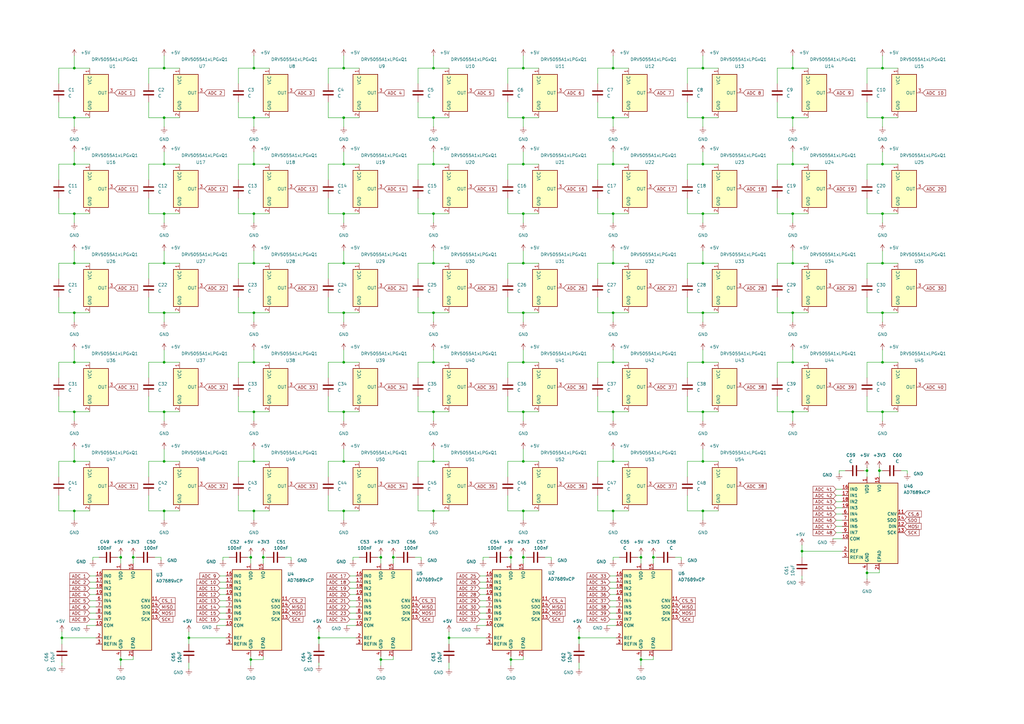
<source format=kicad_sch>
(kicad_sch (version 20250114) (generator "eeschema") (generator_version "9.0")
  (paper "A3")
  (junction (at 325.12 148.59))
  (junction (at 140.97 189.23))
  (junction (at 77.47 261.62))
  (junction (at 251.46 168.91))
  (junction (at 251.46 48.26))
  (junction (at 156.21 270.51))
  (junction (at 102.87 228.6))
  (junction (at 30.48 168.91))
  (junction (at 67.31 189.23))
  (junction (at 325.12 48.26))
  (junction (at 288.29 168.91))
  (junction (at 49.53 270.51))
  (junction (at 214.63 209.55))
  (junction (at 209.55 270.51))
  (junction (at 30.48 209.55))
  (junction (at 177.8 67.31))
  (junction (at 214.63 87.63))
  (junction (at 140.97 107.95))
  (junction (at 67.31 168.91))
  (junction (at 237.49 261.62))
  (junction (at 262.89 270.51))
  (junction (at 104.14 148.59))
  (junction (at 288.29 67.31))
  (junction (at 140.97 128.27))
  (junction (at 288.29 128.27))
  (junction (at 361.95 67.31))
  (junction (at 361.95 27.94))
  (junction (at 251.46 128.27))
  (junction (at 177.8 189.23))
  (junction (at 177.8 87.63))
  (junction (at 209.55 228.6))
  (junction (at 140.97 168.91))
  (junction (at 140.97 27.94))
  (junction (at 355.6 234.95))
  (junction (at 325.12 107.95))
  (junction (at 104.14 189.23))
  (junction (at 214.63 107.95))
  (junction (at 288.29 189.23))
  (junction (at 67.31 107.95))
  (junction (at 325.12 87.63))
  (junction (at 30.48 48.26))
  (junction (at 140.97 67.31))
  (junction (at 361.95 107.95))
  (junction (at 67.31 128.27))
  (junction (at 214.63 27.94))
  (junction (at 251.46 87.63))
  (junction (at 325.12 128.27))
  (junction (at 67.31 87.63))
  (junction (at 214.63 189.23))
  (junction (at 355.6 193.04))
  (junction (at 214.63 128.27))
  (junction (at 30.48 189.23))
  (junction (at 288.29 148.59))
  (junction (at 251.46 189.23))
  (junction (at 161.29 228.6))
  (junction (at 288.29 48.26))
  (junction (at 325.12 168.91))
  (junction (at 104.14 48.26))
  (junction (at 30.48 67.31))
  (junction (at 360.68 193.04))
  (junction (at 251.46 27.94))
  (junction (at 288.29 107.95))
  (junction (at 177.8 27.94))
  (junction (at 251.46 107.95))
  (junction (at 102.87 270.51))
  (junction (at 67.31 67.31))
  (junction (at 288.29 27.94))
  (junction (at 361.95 168.91))
  (junction (at 267.97 228.6))
  (junction (at 361.95 148.59))
  (junction (at 140.97 87.63))
  (junction (at 104.14 128.27))
  (junction (at 214.63 67.31))
  (junction (at 288.29 209.55))
  (junction (at 251.46 209.55))
  (junction (at 214.63 48.26))
  (junction (at 140.97 148.59))
  (junction (at 251.46 148.59))
  (junction (at 67.31 48.26))
  (junction (at 67.31 209.55))
  (junction (at 251.46 67.31))
  (junction (at 184.15 261.62))
  (junction (at 262.89 228.6))
  (junction (at 67.31 27.94))
  (junction (at 104.14 67.31))
  (junction (at 361.95 48.26))
  (junction (at 214.63 228.6))
  (junction (at 177.8 107.95))
  (junction (at 49.53 228.6))
  (junction (at 361.95 128.27))
  (junction (at 325.12 67.31))
  (junction (at 104.14 209.55))
  (junction (at 177.8 128.27))
  (junction (at 104.14 107.95))
  (junction (at 140.97 209.55))
  (junction (at 156.21 228.6))
  (junction (at 214.63 148.59))
  (junction (at 177.8 209.55))
  (junction (at 104.14 27.94))
  (junction (at 104.14 87.63))
  (junction (at 130.81 261.62))
  (junction (at 177.8 48.26))
  (junction (at 54.61 228.6))
  (junction (at 288.29 87.63))
  (junction (at 107.95 228.6))
  (junction (at 177.8 168.91))
  (junction (at 104.14 168.91))
  (junction (at 214.63 168.91))
  (junction (at 140.97 48.26))
  (junction (at 30.48 148.59))
  (junction (at 30.48 87.63))
  (junction (at 25.4 261.62))
  (junction (at 361.95 87.63))
  (junction (at 30.48 27.94))
  (junction (at 177.8 148.59))
  (junction (at 328.93 226.06))
  (junction (at 30.48 128.27))
  (junction (at 67.31 148.59))
  (junction (at 325.12 27.94))
  (junction (at 30.48 107.95))
  (wire (pts (xy 209.55 270.51) (xy 214.63 270.51)))
  (wire (pts (xy 30.48 67.31) (xy 36.83 67.31)))
  (wire (pts (xy 60.96 203.2) (xy 60.96 209.55)))
  (wire (pts (xy 328.93 223.52) (xy 328.93 226.06)))
  (wire (pts (xy 325.12 48.26) (xy 325.12 52.07)))
  (wire (pts (xy 208.28 121.92) (xy 208.28 128.27)))
  (wire (pts (xy 318.77 27.94) (xy 325.12 27.94)))
  (wire (pts (xy 325.12 128.27) (xy 325.12 132.08)))
  (wire (pts (xy 354.33 193.04) (xy 355.6 193.04)))
  (wire (pts (xy 177.8 128.27) (xy 177.8 132.08)))
  (wire (pts (xy 355.6 193.04) (xy 355.6 195.58)))
  (wire (pts (xy 281.94 114.3) (xy 281.94 107.95)))
  (wire (pts (xy 60.96 168.91) (xy 67.31 168.91)))
  (wire (pts (xy 318.77 114.3) (xy 318.77 107.95)))
  (wire (pts (xy 171.45 107.95) (xy 177.8 107.95)))
  (wire (pts (xy 171.45 203.2) (xy 171.45 209.55)))
  (wire (pts (xy 318.77 162.56) (xy 318.77 168.91)))
  (wire (pts (xy 36.83 241.3) (xy 39.37 241.3)))
  (wire (pts (xy 30.48 168.91) (xy 30.48 172.72)))
  (wire (pts (xy 140.97 87.63) (xy 147.32 87.63)))
  (wire (pts (xy 30.48 209.55) (xy 30.48 213.36)))
  (wire (pts (xy 251.46 27.94) (xy 257.81 27.94)))
  (wire (pts (xy 214.63 107.95) (xy 220.98 107.95)))
  (wire (pts (xy 60.96 73.66) (xy 60.96 67.31)))
  (wire (pts (xy 140.97 168.91) (xy 147.32 168.91)))
  (wire (pts (xy 172.72 228.6) (xy 172.72 229.87)))
  (wire (pts (xy 342.9 215.9) (xy 345.44 215.9)))
  (wire (pts (xy 24.13 162.56) (xy 24.13 168.91)))
  (wire (pts (xy 177.8 168.91) (xy 184.15 168.91)))
  (wire (pts (xy 318.77 87.63) (xy 325.12 87.63)))
  (wire (pts (xy 107.95 269.24) (xy 107.95 270.51)))
  (wire (pts (xy 177.8 128.27) (xy 184.15 128.27)))
  (wire (pts (xy 140.97 48.26) (xy 147.32 48.26)))
  (wire (pts (xy 116.84 228.6) (xy 119.38 228.6)))
  (wire (pts (xy 262.89 270.51) (xy 262.89 273.05)))
  (wire (pts (xy 355.6 34.29) (xy 355.6 27.94)))
  (wire (pts (xy 67.31 102.87) (xy 67.31 107.95)))
  (wire (pts (xy 342.9 213.36) (xy 345.44 213.36)))
  (wire (pts (xy 251.46 228.6) (xy 251.46 229.87)))
  (wire (pts (xy 254 228.6) (xy 251.46 228.6)))
  (wire (pts (xy 134.62 121.92) (xy 134.62 128.27)))
  (wire (pts (xy 30.48 102.87) (xy 30.48 107.95)))
  (wire (pts (xy 262.89 270.51) (xy 267.97 270.51)))
  (wire (pts (xy 104.14 62.23) (xy 104.14 67.31)))
  (wire (pts (xy 177.8 209.55) (xy 184.15 209.55)))
  (wire (pts (xy 24.13 87.63) (xy 30.48 87.63)))
  (wire (pts (xy 134.62 209.55) (xy 140.97 209.55)))
  (wire (pts (xy 90.17 248.92) (xy 92.71 248.92)))
  (wire (pts (xy 60.96 48.26) (xy 67.31 48.26)))
  (wire (pts (xy 90.17 254) (xy 92.71 254)))
  (wire (pts (xy 25.4 261.62) (xy 25.4 264.16)))
  (wire (pts (xy 24.13 154.94) (xy 24.13 148.59)))
  (wire (pts (xy 325.12 62.23) (xy 325.12 67.31)))
  (wire (pts (xy 318.77 168.91) (xy 325.12 168.91)))
  (wire (pts (xy 177.8 67.31) (xy 184.15 67.31)))
  (wire (pts (xy 60.96 148.59) (xy 67.31 148.59)))
  (wire (pts (xy 24.13 41.91) (xy 24.13 48.26)))
  (wire (pts (xy 214.63 67.31) (xy 220.98 67.31)))
  (wire (pts (xy 325.12 87.63) (xy 331.47 87.63)))
  (wire (pts (xy 140.97 168.91) (xy 140.97 172.72)))
  (wire (pts (xy 90.17 241.3) (xy 92.71 241.3)))
  (wire (pts (xy 251.46 87.63) (xy 251.46 91.44)))
  (wire (pts (xy 208.28 27.94) (xy 214.63 27.94)))
  (wire (pts (xy 208.28 128.27) (xy 214.63 128.27)))
  (wire (pts (xy 30.48 128.27) (xy 30.48 132.08)))
  (wire (pts (xy 208.28 148.59) (xy 214.63 148.59)))
  (wire (pts (xy 177.8 87.63) (xy 184.15 87.63)))
  (wire (pts (xy 24.13 195.58) (xy 24.13 189.23)))
  (wire (pts (xy 325.12 27.94) (xy 331.47 27.94)))
  (wire (pts (xy 209.55 228.6) (xy 209.55 231.14)))
  (wire (pts (xy 60.96 154.94) (xy 60.96 148.59)))
  (wire (pts (xy 104.14 168.91) (xy 110.49 168.91)))
  (wire (pts (xy 325.12 168.91) (xy 331.47 168.91)))
  (wire (pts (xy 140.97 143.51) (xy 140.97 148.59)))
  (wire (pts (xy 208.28 154.94) (xy 208.28 148.59)))
  (wire (pts (xy 156.21 270.51) (xy 156.21 273.05)))
  (wire (pts (xy 104.14 209.55) (xy 110.49 209.55)))
  (wire (pts (xy 30.48 184.15) (xy 30.48 189.23)))
  (wire (pts (xy 214.63 168.91) (xy 220.98 168.91)))
  (wire (pts (xy 245.11 168.91) (xy 251.46 168.91)))
  (wire (pts (xy 156.21 269.24) (xy 156.21 270.51)))
  (wire (pts (xy 140.97 189.23) (xy 147.32 189.23)))
  (wire (pts (xy 24.13 121.92) (xy 24.13 128.27)))
  (wire (pts (xy 196.85 238.76) (xy 199.39 238.76)))
  (wire (pts (xy 251.46 48.26) (xy 257.81 48.26)))
  (wire (pts (xy 288.29 143.51) (xy 288.29 148.59)))
  (wire (pts (xy 342.9 200.66) (xy 345.44 200.66)))
  (wire (pts (xy 49.53 227.33) (xy 49.53 228.6)))
  (wire (pts (xy 250.19 238.76) (xy 252.73 238.76)))
  (wire (pts (xy 104.14 48.26) (xy 104.14 52.07)))
  (wire (pts (xy 36.83 248.92) (xy 39.37 248.92)))
  (wire (pts (xy 156.21 270.51) (xy 161.29 270.51)))
  (wire (pts (xy 208.28 34.29) (xy 208.28 27.94)))
  (wire (pts (xy 214.63 143.51) (xy 214.63 148.59)))
  (wire (pts (xy 171.45 154.94) (xy 171.45 148.59)))
  (wire (pts (xy 288.29 189.23) (xy 294.64 189.23)))
  (wire (pts (xy 342.9 218.44) (xy 345.44 218.44)))
  (wire (pts (xy 104.14 67.31) (xy 110.49 67.31)))
  (wire (pts (xy 143.51 246.38) (xy 146.05 246.38)))
  (wire (pts (xy 24.13 27.94) (xy 30.48 27.94)))
  (wire (pts (xy 208.28 73.66) (xy 208.28 67.31)))
  (wire (pts (xy 60.96 189.23) (xy 67.31 189.23)))
  (wire (pts (xy 177.8 87.63) (xy 177.8 91.44)))
  (wire (pts (xy 245.11 27.94) (xy 251.46 27.94)))
  (wire (pts (xy 361.95 22.86) (xy 361.95 27.94)))
  (wire (pts (xy 250.19 243.84) (xy 252.73 243.84)))
  (wire (pts (xy 208.28 195.58) (xy 208.28 189.23)))
  (wire (pts (xy 90.17 251.46) (xy 92.71 251.46)))
  (wire (pts (xy 177.8 107.95) (xy 184.15 107.95)))
  (wire (pts (xy 196.85 251.46) (xy 199.39 251.46)))
  (wire (pts (xy 214.63 189.23) (xy 220.98 189.23)))
  (wire (pts (xy 67.31 27.94) (xy 73.66 27.94)))
  (wire (pts (xy 208.28 209.55) (xy 214.63 209.55)))
  (wire (pts (xy 60.96 209.55) (xy 67.31 209.55)))
  (wire (pts (xy 177.8 48.26) (xy 177.8 52.07)))
  (wire (pts (xy 281.94 48.26) (xy 288.29 48.26)))
  (wire (pts (xy 147.32 228.6) (xy 144.78 228.6)))
  (wire (pts (xy 361.95 27.94) (xy 368.3 27.94)))
  (wire (pts (xy 250.19 246.38) (xy 252.73 246.38)))
  (wire (pts (xy 245.11 48.26) (xy 251.46 48.26)))
  (wire (pts (xy 36.83 243.84) (xy 39.37 243.84)))
  (wire (pts (xy 171.45 73.66) (xy 171.45 67.31)))
  (wire (pts (xy 119.38 228.6) (xy 119.38 229.87)))
  (wire (pts (xy 245.11 209.55) (xy 251.46 209.55)))
  (wire (pts (xy 245.11 162.56) (xy 245.11 168.91)))
  (wire (pts (xy 267.97 227.33) (xy 267.97 228.6)))
  (wire (pts (xy 24.13 114.3) (xy 24.13 107.95)))
  (wire (pts (xy 355.6 73.66) (xy 355.6 67.31)))
  (wire (pts (xy 171.45 189.23) (xy 177.8 189.23)))
  (wire (pts (xy 30.48 22.86) (xy 30.48 27.94)))
  (wire (pts (xy 318.77 67.31) (xy 325.12 67.31)))
  (wire (pts (xy 208.28 189.23) (xy 214.63 189.23)))
  (wire (pts (xy 143.51 254) (xy 146.05 254)))
  (wire (pts (xy 281.94 107.95) (xy 288.29 107.95)))
  (wire (pts (xy 134.62 87.63) (xy 140.97 87.63)))
  (wire (pts (xy 245.11 128.27) (xy 251.46 128.27)))
  (wire (pts (xy 250.19 251.46) (xy 252.73 251.46)))
  (wire (pts (xy 288.29 87.63) (xy 294.64 87.63)))
  (wire (pts (xy 97.79 168.91) (xy 104.14 168.91)))
  (wire (pts (xy 134.62 73.66) (xy 134.62 67.31)))
  (wire (pts (xy 208.28 81.28) (xy 208.28 87.63)))
  (wire (pts (xy 24.13 203.2) (xy 24.13 209.55)))
  (wire (pts (xy 250.19 248.92) (xy 252.73 248.92)))
  (wire (pts (xy 251.46 189.23) (xy 257.81 189.23)))
  (wire (pts (xy 252.73 256.54) (xy 248.92 256.54)))
  (wire (pts (xy 171.45 34.29) (xy 171.45 27.94)))
  (wire (pts (xy 318.77 41.91) (xy 318.77 48.26)))
  (wire (pts (xy 143.51 236.22) (xy 146.05 236.22)))
  (wire (pts (xy 214.63 184.15) (xy 214.63 189.23)))
  (wire (pts (xy 143.51 251.46) (xy 146.05 251.46)))
  (wire (pts (xy 49.53 270.51) (xy 49.53 273.05)))
  (wire (pts (xy 104.14 148.59) (xy 110.49 148.59)))
  (wire (pts (xy 288.29 48.26) (xy 288.29 52.07)))
  (wire (pts (xy 361.95 168.91) (xy 361.95 172.72)))
  (wire (pts (xy 184.15 259.08) (xy 184.15 261.62)))
  (wire (pts (xy 372.11 193.04) (xy 372.11 194.31)))
  (wire (pts (xy 355.6 162.56) (xy 355.6 168.91)))
  (wire (pts (xy 30.48 48.26) (xy 36.83 48.26)))
  (wire (pts (xy 281.94 128.27) (xy 288.29 128.27)))
  (wire (pts (xy 24.13 148.59) (xy 30.48 148.59)))
  (wire (pts (xy 360.68 233.68) (xy 360.68 234.95)))
  (wire (pts (xy 171.45 148.59) (xy 177.8 148.59)))
  (wire (pts (xy 24.13 34.29) (xy 24.13 27.94)))
  (wire (pts (xy 214.63 209.55) (xy 214.63 213.36)))
  (wire (pts (xy 250.19 236.22) (xy 252.73 236.22)))
  (wire (pts (xy 30.48 27.94) (xy 36.83 27.94)))
  (wire (pts (xy 104.14 102.87) (xy 104.14 107.95)))
  (wire (pts (xy 214.63 128.27) (xy 220.98 128.27)))
  (wire (pts (xy 97.79 162.56) (xy 97.79 168.91)))
  (wire (pts (xy 251.46 102.87) (xy 251.46 107.95)))
  (wire (pts (xy 60.96 34.29) (xy 60.96 27.94)))
  (wire (pts (xy 355.6 234.95) (xy 360.68 234.95)))
  (wire (pts (xy 214.63 87.63) (xy 220.98 87.63)))
  (wire (pts (xy 134.62 41.91) (xy 134.62 48.26)))
  (wire (pts (xy 67.31 62.23) (xy 67.31 67.31)))
  (wire (pts (xy 355.6 27.94) (xy 361.95 27.94)))
  (wire (pts (xy 130.81 259.08) (xy 130.81 261.62)))
  (wire (pts (xy 142.24 256.54) (xy 146.05 256.54)))
  (wire (pts (xy 24.13 107.95) (xy 30.48 107.95)))
  (wire (pts (xy 196.85 241.3) (xy 199.39 241.3)))
  (wire (pts (xy 325.12 168.91) (xy 325.12 172.72)))
  (wire (pts (xy 251.46 128.27) (xy 251.46 132.08)))
  (wire (pts (xy 161.29 227.33) (xy 161.29 228.6)))
  (wire (pts (xy 355.6 41.91) (xy 355.6 48.26)))
  (wire (pts (xy 67.31 209.55) (xy 73.66 209.55)))
  (wire (pts (xy 355.6 121.92) (xy 355.6 128.27)))
  (wire (pts (xy 177.8 48.26) (xy 184.15 48.26)))
  (wire (pts (xy 171.45 128.27) (xy 177.8 128.27)))
  (wire (pts (xy 360.68 191.77) (xy 360.68 193.04)))
  (wire (pts (xy 262.89 228.6) (xy 262.89 231.14)))
  (wire (pts (xy 267.97 228.6) (xy 267.97 231.14)))
  (wire (pts (xy 288.29 209.55) (xy 294.64 209.55)))
  (wire (pts (xy 318.77 34.29) (xy 318.77 27.94)))
  (wire (pts (xy 134.62 48.26) (xy 140.97 48.26)))
  (wire (pts (xy 104.14 128.27) (xy 110.49 128.27)))
  (wire (pts (xy 161.29 228.6) (xy 161.29 231.14)))
  (wire (pts (xy 60.96 128.27) (xy 67.31 128.27)))
  (wire (pts (xy 325.12 22.86) (xy 325.12 27.94)))
  (wire (pts (xy 177.8 168.91) (xy 177.8 172.72)))
  (wire (pts (xy 318.77 107.95) (xy 325.12 107.95)))
  (wire (pts (xy 245.11 67.31) (xy 251.46 67.31)))
  (wire (pts (xy 90.17 238.76) (xy 92.71 238.76)))
  (wire (pts (xy 67.31 168.91) (xy 67.31 172.72)))
  (wire (pts (xy 200.66 228.6) (xy 198.12 228.6)))
  (wire (pts (xy 288.29 128.27) (xy 294.64 128.27)))
  (wire (pts (xy 24.13 189.23) (xy 30.48 189.23)))
  (wire (pts (xy 288.29 102.87) (xy 288.29 107.95)))
  (wire (pts (xy 281.94 81.28) (xy 281.94 87.63)))
  (wire (pts (xy 177.8 62.23) (xy 177.8 67.31)))
  (wire (pts (xy 171.45 81.28) (xy 171.45 87.63)))
  (wire (pts (xy 97.79 114.3) (xy 97.79 107.95)))
  (wire (pts (xy 170.18 228.6) (xy 172.72 228.6)))
  (wire (pts (xy 346.71 193.04) (xy 344.17 193.04)))
  (wire (pts (xy 171.45 209.55) (xy 177.8 209.55)))
  (wire (pts (xy 49.53 269.24) (xy 49.53 270.51)))
  (wire (pts (xy 60.96 107.95) (xy 67.31 107.95)))
  (wire (pts (xy 251.46 87.63) (xy 257.81 87.63)))
  (wire (pts (xy 214.63 22.86) (xy 214.63 27.94)))
  (wire (pts (xy 36.83 246.38) (xy 39.37 246.38)))
  (wire (pts (xy 67.31 48.26) (xy 67.31 52.07)))
  (wire (pts (xy 209.55 270.51) (xy 209.55 273.05)))
  (wire (pts (xy 288.29 27.94) (xy 294.64 27.94)))
  (wire (pts (xy 97.79 34.29) (xy 97.79 27.94)))
  (wire (pts (xy 77.47 261.62) (xy 92.71 261.62)))
  (wire (pts (xy 77.47 261.62) (xy 77.47 264.16)))
  (wire (pts (xy 134.62 34.29) (xy 134.62 27.94)))
  (wire (pts (xy 288.29 48.26) (xy 294.64 48.26)))
  (wire (pts (xy 130.81 261.62) (xy 130.81 264.16)))
  (wire (pts (xy 140.97 209.55) (xy 140.97 213.36)))
  (wire (pts (xy 328.93 226.06) (xy 345.44 226.06)))
  (wire (pts (xy 325.12 148.59) (xy 331.47 148.59)))
  (wire (pts (xy 171.45 121.92) (xy 171.45 128.27)))
  (wire (pts (xy 360.68 193.04) (xy 360.68 195.58)))
  (wire (pts (xy 208.28 67.31) (xy 214.63 67.31)))
  (wire (pts (xy 30.48 189.23) (xy 36.83 189.23)))
  (wire (pts (xy 281.94 27.94) (xy 288.29 27.94)))
  (wire (pts (xy 104.14 27.94) (xy 110.49 27.94)))
  (wire (pts (xy 288.29 168.91) (xy 294.64 168.91)))
  (wire (pts (xy 171.45 114.3) (xy 171.45 107.95)))
  (wire (pts (xy 281.94 209.55) (xy 288.29 209.55)))
  (wire (pts (xy 60.96 162.56) (xy 60.96 168.91)))
  (wire (pts (xy 288.29 148.59) (xy 294.64 148.59)))
  (wire (pts (xy 355.6 48.26) (xy 361.95 48.26)))
  (wire (pts (xy 66.04 228.6) (xy 66.04 229.87)))
  (wire (pts (xy 226.06 228.6) (xy 226.06 229.87)))
  (wire (pts (xy 67.31 87.63) (xy 67.31 91.44)))
  (wire (pts (xy 184.15 261.62) (xy 184.15 264.16)))
  (wire (pts (xy 208.28 87.63) (xy 214.63 87.63)))
  (wire (pts (xy 39.37 261.62) (xy 25.4 261.62)))
  (wire (pts (xy 140.97 148.59) (xy 147.32 148.59)))
  (wire (pts (xy 140.97 184.15) (xy 140.97 189.23)))
  (wire (pts (xy 198.12 228.6) (xy 198.12 229.87)))
  (wire (pts (xy 67.31 184.15) (xy 67.31 189.23)))
  (wire (pts (xy 177.8 27.94) (xy 184.15 27.94)))
  (wire (pts (xy 130.81 261.62) (xy 146.05 261.62)))
  (wire (pts (xy 325.12 48.26) (xy 331.47 48.26)))
  (wire (pts (xy 97.79 81.28) (xy 97.79 87.63)))
  (wire (pts (xy 281.94 162.56) (xy 281.94 168.91)))
  (wire (pts (xy 355.6 87.63) (xy 361.95 87.63)))
  (wire (pts (xy 214.63 27.94) (xy 220.98 27.94)))
  (wire (pts (xy 214.63 269.24) (xy 214.63 270.51)))
  (wire (pts (xy 140.97 48.26) (xy 140.97 52.07)))
  (wire (pts (xy 107.95 228.6) (xy 109.22 228.6)))
  (wire (pts (xy 318.77 128.27) (xy 325.12 128.27)))
  (wire (pts (xy 245.11 154.94) (xy 245.11 148.59)))
  (wire (pts (xy 196.85 248.92) (xy 199.39 248.92)))
  (wire (pts (xy 214.63 48.26) (xy 214.63 52.07)))
  (wire (pts (xy 140.97 27.94) (xy 147.32 27.94)))
  (wire (pts (xy 208.28 228.6) (xy 209.55 228.6)))
  (wire (pts (xy 90.17 236.22) (xy 92.71 236.22)))
  (wire (pts (xy 144.78 228.6) (xy 144.78 229.87)))
  (wire (pts (xy 355.6 67.31) (xy 361.95 67.31)))
  (wire (pts (xy 342.9 205.74) (xy 345.44 205.74)))
  (wire (pts (xy 288.29 62.23) (xy 288.29 67.31)))
  (wire (pts (xy 251.46 184.15) (xy 251.46 189.23)))
  (wire (pts (xy 24.13 168.91) (xy 30.48 168.91)))
  (wire (pts (xy 214.63 62.23) (xy 214.63 67.31)))
  (wire (pts (xy 209.55 227.33) (xy 209.55 228.6)))
  (wire (pts (xy 30.48 87.63) (xy 36.83 87.63)))
  (wire (pts (xy 140.97 128.27) (xy 147.32 128.27)))
  (wire (pts (xy 143.51 238.76) (xy 146.05 238.76)))
  (wire (pts (xy 134.62 81.28) (xy 134.62 87.63)))
  (wire (pts (xy 214.63 168.91) (xy 214.63 172.72)))
  (wire (pts (xy 104.14 87.63) (xy 110.49 87.63)))
  (wire (pts (xy 104.14 48.26) (xy 110.49 48.26)))
  (wire (pts (xy 251.46 209.55) (xy 257.81 209.55)))
  (wire (pts (xy 196.85 236.22) (xy 199.39 236.22)))
  (wire (pts (xy 361.95 128.27) (xy 361.95 132.08)))
  (wire (pts (xy 281.94 41.91) (xy 281.94 48.26)))
  (wire (pts (xy 288.29 168.91) (xy 288.29 172.72)))
  (wire (pts (xy 355.6 128.27) (xy 361.95 128.27)))
  (wire (pts (xy 67.31 209.55) (xy 67.31 213.36)))
  (wire (pts (xy 30.48 87.63) (xy 30.48 91.44)))
  (wire (pts (xy 325.12 67.31) (xy 331.47 67.31)))
  (wire (pts (xy 361.95 143.51) (xy 361.95 148.59)))
  (wire (pts (xy 102.87 228.6) (xy 102.87 231.14)))
  (wire (pts (xy 60.96 114.3) (xy 60.96 107.95)))
  (wire (pts (xy 279.4 228.6) (xy 279.4 229.87)))
  (wire (pts (xy 67.31 48.26) (xy 73.66 48.26)))
  (wire (pts (xy 214.63 102.87) (xy 214.63 107.95)))
  (wire (pts (xy 328.93 236.22) (xy 328.93 237.49)))
  (wire (pts (xy 97.79 189.23) (xy 104.14 189.23)))
  (wire (pts (xy 361.95 87.63) (xy 368.3 87.63)))
  (wire (pts (xy 90.17 243.84) (xy 92.71 243.84)))
  (wire (pts (xy 177.8 102.87) (xy 177.8 107.95)))
  (wire (pts (xy 140.97 62.23) (xy 140.97 67.31)))
  (wire (pts (xy 97.79 48.26) (xy 104.14 48.26)))
  (wire (pts (xy 208.28 48.26) (xy 214.63 48.26)))
  (wire (pts (xy 262.89 269.24) (xy 262.89 270.51)))
  (wire (pts (xy 67.31 189.23) (xy 73.66 189.23)))
  (wire (pts (xy 30.48 107.95) (xy 36.83 107.95)))
  (wire (pts (xy 67.31 107.95) (xy 73.66 107.95)))
  (wire (pts (xy 140.97 22.86) (xy 140.97 27.94)))
  (wire (pts (xy 154.94 228.6) (xy 156.21 228.6)))
  (wire (pts (xy 54.61 228.6) (xy 54.61 231.14)))
  (wire (pts (xy 177.8 184.15) (xy 177.8 189.23)))
  (wire (pts (xy 60.96 121.92) (xy 60.96 128.27)))
  (wire (pts (xy 102.87 227.33) (xy 102.87 228.6)))
  (wire (pts (xy 355.6 233.68) (xy 355.6 234.95)))
  (wire (pts (xy 281.94 87.63) (xy 288.29 87.63)))
  (wire (pts (xy 67.31 87.63) (xy 73.66 87.63)))
  (wire (pts (xy 60.96 41.91) (xy 60.96 48.26)))
  (wire (pts (xy 325.12 128.27) (xy 331.47 128.27)))
  (wire (pts (xy 360.68 193.04) (xy 361.95 193.04)))
  (wire (pts (xy 245.11 41.91) (xy 245.11 48.26)))
  (wire (pts (xy 171.45 162.56) (xy 171.45 168.91)))
  (wire (pts (xy 130.81 271.78) (xy 130.81 273.05)))
  (wire (pts (xy 177.8 22.86) (xy 177.8 27.94)))
  (wire (pts (xy 104.14 107.95) (xy 110.49 107.95)))
  (wire (pts (xy 97.79 203.2) (xy 97.79 209.55)))
  (wire (pts (xy 63.5 228.6) (xy 66.04 228.6)))
  (wire (pts (xy 208.28 203.2) (xy 208.28 209.55)))
  (wire (pts (xy 342.9 210.82) (xy 345.44 210.82)))
  (wire (pts (xy 281.94 73.66) (xy 281.94 67.31)))
  (wire (pts (xy 195.58 256.54) (xy 199.39 256.54)))
  (wire (pts (xy 245.11 121.92) (xy 245.11 128.27)))
  (wire (pts (xy 361.95 87.63) (xy 361.95 91.44)))
  (wire (pts (xy 25.4 261.62) (xy 25.4 259.08)))
  (wire (pts (xy 36.83 238.76) (xy 39.37 238.76)))
  (wire (pts (xy 214.63 128.27) (xy 214.63 132.08)))
  (wire (pts (xy 281.94 154.94) (xy 281.94 148.59)))
  (wire (pts (xy 251.46 168.91) (xy 257.81 168.91)))
  (wire (pts (xy 97.79 41.91) (xy 97.79 48.26)))
  (wire (pts (xy 361.95 128.27) (xy 368.3 128.27)))
  (wire (pts (xy 237.49 261.62) (xy 237.49 264.16)))
  (wire (pts (xy 24.13 128.27) (xy 30.48 128.27)))
  (wire (pts (xy 97.79 121.92) (xy 97.79 128.27)))
  (wire (pts (xy 134.62 168.91) (xy 140.97 168.91)))
  (wire (pts (xy 104.14 209.55) (xy 104.14 213.36)))
  (wire (pts (xy 93.98 228.6) (xy 91.44 228.6)))
  (wire (pts (xy 355.6 168.91) (xy 361.95 168.91)))
  (wire (pts (xy 281.94 195.58) (xy 281.94 189.23)))
  (wire (pts (xy 325.12 102.87) (xy 325.12 107.95)))
  (wire (pts (xy 97.79 27.94) (xy 104.14 27.94)))
  (wire (pts (xy 134.62 128.27) (xy 140.97 128.27)))
  (wire (pts (xy 288.29 22.86) (xy 288.29 27.94)))
  (wire (pts (xy 251.46 209.55) (xy 251.46 213.36)))
  (wire (pts (xy 214.63 48.26) (xy 220.98 48.26)))
  (wire (pts (xy 140.97 102.87) (xy 140.97 107.95)))
  (wire (pts (xy 30.48 148.59) (xy 36.83 148.59)))
  (wire (pts (xy 24.13 73.66) (xy 24.13 67.31)))
  (wire (pts (xy 102.87 269.24) (xy 102.87 270.51)))
  (wire (pts (xy 171.45 41.91) (xy 171.45 48.26)))
  (wire (pts (xy 97.79 195.58) (xy 97.79 189.23)))
  (wire (pts (xy 134.62 27.94) (xy 140.97 27.94)))
  (wire (pts (xy 171.45 87.63) (xy 177.8 87.63)))
  (wire (pts (xy 328.93 226.06) (xy 328.93 228.6)))
  (wire (pts (xy 134.62 162.56) (xy 134.62 168.91)))
  (wire (pts (xy 361.95 62.23) (xy 361.95 67.31)))
  (wire (pts (xy 30.48 48.26) (xy 30.48 52.07)))
  (wire (pts (xy 140.97 209.55) (xy 147.32 209.55)))
  (wire (pts (xy 60.96 27.94) (xy 67.31 27.94)))
  (wire (pts (xy 156.21 227.33) (xy 156.21 228.6)))
  (wire (pts (xy 134.62 114.3) (xy 134.62 107.95)))
  (wire (pts (xy 196.85 246.38) (xy 199.39 246.38)))
  (wire (pts (xy 361.95 48.26) (xy 361.95 52.07)))
  (wire (pts (xy 36.83 251.46) (xy 39.37 251.46)))
  (wire (pts (xy 140.97 67.31) (xy 147.32 67.31)))
  (wire (pts (xy 281.94 203.2) (xy 281.94 209.55)))
  (wire (pts (xy 171.45 67.31) (xy 177.8 67.31)))
  (wire (pts (xy 30.48 209.55) (xy 36.83 209.55)))
  (wire (pts (xy 342.9 208.28) (xy 345.44 208.28)))
  (wire (pts (xy 97.79 128.27) (xy 104.14 128.27)))
  (wire (pts (xy 345.44 220.98) (xy 341.63 220.98)))
  (wire (pts (xy 104.14 87.63) (xy 104.14 91.44)))
  (wire (pts (xy 344.17 193.04) (xy 344.17 194.31)))
  (wire (pts (xy 245.11 107.95) (xy 251.46 107.95)))
  (wire (pts (xy 251.46 67.31) (xy 257.81 67.31)))
  (wire (pts (xy 209.55 269.24) (xy 209.55 270.51)))
  (wire (pts (xy 288.29 87.63) (xy 288.29 91.44)))
  (wire (pts (xy 214.63 87.63) (xy 214.63 91.44)))
  (wire (pts (xy 245.11 148.59) (xy 251.46 148.59)))
  (wire (pts (xy 261.62 228.6) (xy 262.89 228.6)))
  (wire (pts (xy 250.19 241.3) (xy 252.73 241.3)))
  (wire (pts (xy 67.31 148.59) (xy 73.66 148.59)))
  (wire (pts (xy 214.63 228.6) (xy 214.63 231.14)))
  (wire (pts (xy 281.94 121.92) (xy 281.94 128.27)))
  (wire (pts (xy 177.8 209.55) (xy 177.8 213.36)))
  (wire (pts (xy 245.11 73.66) (xy 245.11 67.31)))
  (wire (pts (xy 104.14 143.51) (xy 104.14 148.59)))
  (wire (pts (xy 97.79 209.55) (xy 104.14 209.55)))
  (wire (pts (xy 104.14 189.23) (xy 110.49 189.23)))
  (wire (pts (xy 102.87 270.51) (xy 102.87 273.05)))
  (wire (pts (xy 161.29 269.24) (xy 161.29 270.51)))
  (wire (pts (xy 281.94 168.91) (xy 288.29 168.91)))
  (wire (pts (xy 177.8 189.23) (xy 184.15 189.23)))
  (wire (pts (xy 355.6 107.95) (xy 361.95 107.95)))
  (wire (pts (xy 208.28 168.91) (xy 214.63 168.91)))
  (wire (pts (xy 214.63 209.55) (xy 220.98 209.55)))
  (wire (pts (xy 262.89 227.33) (xy 262.89 228.6)))
  (wire (pts (xy 140.97 107.95) (xy 147.32 107.95)))
  (wire (pts (xy 36.83 236.22) (xy 39.37 236.22)))
  (wire (pts (xy 54.61 227.33) (xy 54.61 228.6)))
  (wire (pts (xy 276.86 228.6) (xy 279.4 228.6)))
  (wire (pts (xy 134.62 195.58) (xy 134.62 189.23)))
  (wire (pts (xy 30.48 143.51) (xy 30.48 148.59)))
  (wire (pts (xy 245.11 87.63) (xy 251.46 87.63)))
  (wire (pts (xy 54.61 270.51) (xy 49.53 270.51)))
  (wire (pts (xy 245.11 195.58) (xy 245.11 189.23)))
  (wire (pts (xy 355.6 81.28) (xy 355.6 87.63)))
  (wire (pts (xy 214.63 227.33) (xy 214.63 228.6)))
  (wire (pts (xy 361.95 107.95) (xy 368.3 107.95)))
  (wire (pts (xy 288.29 128.27) (xy 288.29 132.08)))
  (wire (pts (xy 104.14 168.91) (xy 104.14 172.72)))
  (wire (pts (xy 184.15 271.78) (xy 184.15 274.32)))
  (wire (pts (xy 24.13 48.26) (xy 30.48 48.26)))
  (wire (pts (xy 361.95 48.26) (xy 368.3 48.26)))
  (wire (pts (xy 97.79 154.94) (xy 97.79 148.59)))
  (wire (pts (xy 171.45 27.94) (xy 177.8 27.94)))
  (wire (pts (xy 77.47 259.08) (xy 77.47 261.62)))
  (wire (pts (xy 60.96 195.58) (xy 60.96 189.23)))
  (wire (pts (xy 97.79 148.59) (xy 104.14 148.59)))
  (wire (pts (xy 288.29 67.31) (xy 294.64 67.31)))
  (wire (pts (xy 342.9 203.2) (xy 345.44 203.2)))
  (wire (pts (xy 30.48 128.27) (xy 36.83 128.27)))
  (wire (pts (xy 48.26 228.6) (xy 49.53 228.6)))
  (wire (pts (xy 91.44 228.6) (xy 91.44 229.87)))
  (wire (pts (xy 288.29 184.15) (xy 288.29 189.23)))
  (wire (pts (xy 171.45 195.58) (xy 171.45 189.23)))
  (wire (pts (xy 177.8 148.59) (xy 184.15 148.59)))
  (wire (pts (xy 67.31 67.31) (xy 73.66 67.31)))
  (wire (pts (xy 355.6 154.94) (xy 355.6 148.59)))
  (wire (pts (xy 245.11 189.23) (xy 251.46 189.23)))
  (wire (pts (xy 245.11 34.29) (xy 245.11 27.94)))
  (wire (pts (xy 67.31 128.27) (xy 73.66 128.27)))
  (wire (pts (xy 171.45 168.91) (xy 177.8 168.91)))
  (wire (pts (xy 49.53 228.6) (xy 49.53 231.14)))
  (wire (pts (xy 25.4 271.78) (xy 25.4 273.05)))
  (wire (pts (xy 281.94 34.29) (xy 281.94 27.94)))
  (wire (pts (xy 54.61 228.6) (xy 55.88 228.6)))
  (wire (pts (xy 177.8 143.51) (xy 177.8 148.59)))
  (wire (pts (xy 245.11 203.2) (xy 245.11 209.55)))
  (wire (pts (xy 325.12 143.51) (xy 325.12 148.59)))
  (wire (pts (xy 251.46 143.51) (xy 251.46 148.59)))
  (wire (pts (xy 251.46 62.23) (xy 251.46 67.31)))
  (wire (pts (xy 24.13 67.31) (xy 30.48 67.31)))
  (wire (pts (xy 251.46 107.95) (xy 257.81 107.95)))
  (wire (pts (xy 208.28 114.3) (xy 208.28 107.95)))
  (wire (pts (xy 134.62 67.31) (xy 140.97 67.31)))
  (wire (pts (xy 97.79 67.31) (xy 104.14 67.31)))
  (wire (pts (xy 196.85 243.84) (xy 199.39 243.84)))
  (wire (pts (xy 361.95 67.31) (xy 368.3 67.31)))
  (wire (pts (xy 30.48 168.91) (xy 36.83 168.91)))
  (wire (pts (xy 325.12 87.63) (xy 325.12 91.44)))
  (wire (pts (xy 107.95 228.6) (xy 107.95 231.14)))
  (wire (pts (xy 30.48 62.23) (xy 30.48 67.31)))
  (wire (pts (xy 134.62 148.59) (xy 140.97 148.59)))
  (wire (pts (xy 355.6 148.59) (xy 361.95 148.59)))
  (wire (pts (xy 214.63 228.6) (xy 215.9 228.6)))
  (wire (pts (xy 208.28 107.95) (xy 214.63 107.95)))
  (wire (pts (xy 101.6 228.6) (xy 102.87 228.6)))
  (wire (pts (xy 369.57 193.04) (xy 372.11 193.04)))
  (wire (pts (xy 161.29 228.6) (xy 162.56 228.6)))
  (wire (pts (xy 214.63 148.59) (xy 220.98 148.59)))
  (wire (pts (xy 143.51 248.92) (xy 146.05 248.92)))
  (wire (pts (xy 281.94 148.59) (xy 288.29 148.59)))
  (wire (pts (xy 104.14 128.27) (xy 104.14 132.08)))
  (wire (pts (xy 77.47 271.78) (xy 77.47 274.32)))
  (wire (pts (xy 67.31 143.51) (xy 67.31 148.59)))
  (wire (pts (xy 67.31 22.86) (xy 67.31 27.94)))
  (wire (pts (xy 361.95 148.59) (xy 368.3 148.59)))
  (wire (pts (xy 318.77 73.66) (xy 318.77 67.31)))
  (wire (pts (xy 156.21 228.6) (xy 156.21 231.14)))
  (wire (pts (xy 355.6 234.95) (xy 355.6 237.49)))
  (wire (pts (xy 361.95 102.87) (xy 361.95 107.95)))
  (wire (pts (xy 223.52 228.6) (xy 226.06 228.6)))
  (wire (pts (xy 245.11 81.28) (xy 245.11 87.63)))
  (wire (pts (xy 134.62 154.94) (xy 134.62 148.59)))
  (wire (pts (xy 24.13 81.28) (xy 24.13 87.63)))
  (wire (pts (xy 355.6 114.3) (xy 355.6 107.95)))
  (wire (pts (xy 104.14 184.15) (xy 104.14 189.23)))
  (wire (pts (xy 134.62 107.95) (xy 140.97 107.95)))
  (wire (pts (xy 24.13 209.55) (xy 30.48 209.55)))
  (wire (pts (xy 318.77 121.92) (xy 318.77 128.27)))
  (wire (pts (xy 88.9 256.54) (xy 92.71 256.54)))
  (wire (pts (xy 251.46 168.91) (xy 251.46 172.72)))
  (wire (pts (xy 281.94 67.31) (xy 288.29 67.31)))
  (wire (pts (xy 38.1 228.6) (xy 38.1 229.87)))
  (wire (pts (xy 361.95 168.91) (xy 368.3 168.91)))
  (wire (pts (xy 237.49 261.62) (xy 252.73 261.62)))
  (wire (pts (xy 35.56 256.54) (xy 39.37 256.54)))
  (wire (pts (xy 208.28 41.91) (xy 208.28 48.26)))
  (wire (pts (xy 107.95 227.33) (xy 107.95 228.6)))
  (wire (pts (xy 102.87 270.51) (xy 107.95 270.51)))
  (wire (pts (xy 251.46 128.27) (xy 257.81 128.27)))
  (wire (pts (xy 134.62 189.23) (xy 140.97 189.23)))
  (wire (pts (xy 67.31 128.27) (xy 67.31 132.08)))
  (wire (pts (xy 171.45 48.26) (xy 177.8 48.26)))
  (wire (pts (xy 267.97 228.6) (xy 269.24 228.6)))
  (wire (pts (xy 40.64 228.6) (xy 38.1 228.6)))
  (wire (pts (xy 60.96 87.63) (xy 67.31 87.63)))
  (wire (pts (xy 60.96 67.31) (xy 67.31 67.31)))
  (wire (pts (xy 251.46 22.86) (xy 251.46 27.94)))
  (wire (pts (xy 318.77 148.59) (xy 325.12 148.59)))
  (wire (pts (xy 237.49 271.78) (xy 237.49 274.32)))
  (wire (pts (xy 325.12 107.95) (xy 331.47 107.95)))
  (wire (pts (xy 251.46 148.59) (xy 257.81 148.59)))
  (wire (pts (xy 97.79 107.95) (xy 104.14 107.95)))
  (wire (pts (xy 208.28 162.56) (xy 208.28 168.91)))
  (wire (pts (xy 281.94 189.23) (xy 288.29 189.23)))
  (wire (pts (xy 196.85 254) (xy 199.39 254)))
  (wire (pts (xy 318.77 48.26) (xy 325.12 48.26)))
  (wire (pts (xy 90.17 246.38) (xy 92.71 246.38)))
  (wire (pts (xy 36.83 254) (xy 39.37 254)))
  (wire (pts (xy 134.62 203.2) (xy 134.62 209.55)))
  (wire (pts (xy 245.11 114.3) (xy 245.11 107.95)))
  (wire (pts (xy 67.31 168.91) (xy 73.66 168.91)))
  (wire (pts (xy 318.77 81.28) (xy 318.77 87.63)))
  (wire (pts (xy 140.97 87.63) (xy 140.97 91.44)))
  (wire (pts (xy 54.61 269.24) (xy 54.61 270.51)))
  (wire (pts (xy 288.29 209.55) (xy 288.29 213.36)))
  (wire (pts (xy 143.51 243.84) (xy 146.05 243.84)))
  (wire (pts (xy 267.97 269.24) (xy 267.97 270.51)))
  (wire (pts (xy 237.49 259.08) (xy 237.49 261.62)))
  (wire (pts (xy 104.14 22.86) (xy 104.14 27.94)))
  (wire (pts (xy 251.46 48.26) (xy 251.46 52.07)))
  (wire (pts (xy 288.29 107.95) (xy 294.64 107.95)))
  (wire (pts (xy 97.79 87.63) (xy 104.14 87.63)))
  (wire (pts (xy 250.19 254) (xy 252.73 254)))
  (wire (pts (xy 97.79 73.66) (xy 97.79 67.31)))
  (wire (pts (xy 60.96 81.28) (xy 60.96 87.63)))
  (wire (pts (xy 143.51 241.3) (xy 146.05 241.3)))
  (wire (pts (xy 140.97 128.27) (xy 140.97 132.08)))
  (wire (pts (xy 355.6 191.77) (xy 355.6 193.04)))
  (wire (pts (xy 318.77 154.94) (xy 318.77 148.59)))
  (wire (pts (xy 184.15 261.62) (xy 199.39 261.62)))
  (global_label "CS_1" (shape input) (at 64.77 246.38 0) (property "Intersheetrefs" "${INTERSHEET_REFS}" (effects (hide yes))))
  (global_label "ADC 33" (shape input) (at 120.65 199.39 0) (property "Intersheetrefs" "${INTERSHEET_REFS}" (effects (hide yes))))
  (global_label "ADC 6" (shape input) (at 231.14 38.1 0) (property "Intersheetrefs" "${INTERSHEET_REFS}" (effects (hide yes))))
  (global_label "ADC 13" (shape input) (at 90.17 246.38 180) (property "Intersheetrefs" "${INTERSHEET_REFS}" (effects (hide yes))))
  (global_label "ADC 15" (shape input) (at 194.31 77.47 0) (property "Intersheetrefs" "${INTERSHEET_REFS}" (effects (hide yes))))
  (global_label "ADC 34" (shape input) (at 250.19 238.76 180) (property "Intersheetrefs" "${INTERSHEET_REFS}" (effects (hide yes))))
  (global_label "ADC 31" (shape input) (at 196.85 251.46 180) (property "Intersheetrefs" "${INTERSHEET_REFS}" (effects (hide yes))))
  (global_label "ADC 7" (shape input) (at 267.97 38.1 0) (property "Intersheetrefs" "${INTERSHEET_REFS}" (effects (hide yes))))
  (global_label "ADC 18" (shape input) (at 143.51 238.76 180) (property "Intersheetrefs" "${INTERSHEET_REFS}" (effects (hide yes))))
  (global_label "ADC 9" (shape input) (at 90.17 236.22 180) (property "Intersheetrefs" "${INTERSHEET_REFS}" (effects (hide yes))))
  (global_label "MOSI" (shape input) (at 370.84 215.9 0) (property "Intersheetrefs" "${INTERSHEET_REFS}" (effects (hide yes))))
  (global_label "ADC 44" (shape input) (at 342.9 208.28 180) (property "Intersheetrefs" "${INTERSHEET_REFS}" (effects (hide yes))))
  (global_label "ADC 2" (shape input) (at 83.82 38.1 0) (property "Intersheetrefs" "${INTERSHEET_REFS}" (effects (hide yes))))
  (global_label "ADC 11" (shape input) (at 46.99 77.47 0) (property "Intersheetrefs" "${INTERSHEET_REFS}" (effects (hide yes))))
  (global_label "ADC 35" (shape input) (at 194.31 199.39 0) (property "Intersheetrefs" "${INTERSHEET_REFS}" (effects (hide yes))))
  (global_label "ADC 3" (shape input) (at 36.83 241.3 180) (property "Intersheetrefs" "${INTERSHEET_REFS}" (effects (hide yes))))
  (global_label "CS_2" (shape input) (at 118.11 246.38 0) (property "Intersheetrefs" "${INTERSHEET_REFS}" (effects (hide yes))))
  (global_label "MISO" (shape input) (at 278.13 248.92 0) (property "Intersheetrefs" "${INTERSHEET_REFS}" (effects (hide yes))))
  (global_label "ADC 10" (shape input) (at 90.17 238.76 180) (property "Intersheetrefs" "${INTERSHEET_REFS}" (effects (hide yes))))
  (global_label "ADC 4" (shape input) (at 36.83 243.84 180) (property "Intersheetrefs" "${INTERSHEET_REFS}" (effects (hide yes))))
  (global_label "ADC 22" (shape input) (at 143.51 248.92 180) (property "Intersheetrefs" "${INTERSHEET_REFS}" (effects (hide yes))))
  (global_label "MOSI" (shape input) (at 171.45 251.46 0) (property "Intersheetrefs" "${INTERSHEET_REFS}" (effects (hide yes))))
  (global_label "ADC 25" (shape input) (at 194.31 118.11 0) (property "Intersheetrefs" "${INTERSHEET_REFS}" (effects (hide yes))))
  (global_label "ADC 40" (shape input) (at 378.46 158.75 0) (property "Intersheetrefs" "${INTERSHEET_REFS}" (effects (hide yes))))
  (global_label "SCK" (shape input) (at 64.77 254 0) (property "Intersheetrefs" "${INTERSHEET_REFS}" (effects (hide yes))))
  (global_label "ADC 21" (shape input) (at 143.51 246.38 180) (property "Intersheetrefs" "${INTERSHEET_REFS}" (effects (hide yes))))
  (global_label "ADC 1" (shape input) (at 46.99 38.1 0) (property "Intersheetrefs" "${INTERSHEET_REFS}" (effects (hide yes))))
  (global_label "ADC 25" (shape input) (at 196.85 236.22 180) (property "Intersheetrefs" "${INTERSHEET_REFS}" (effects (hide yes))))
  (global_label "ADC 12" (shape input) (at 83.82 77.47 0) (property "Intersheetrefs" "${INTERSHEET_REFS}" (effects (hide yes))))
  (global_label "ADC 3" (shape input) (at 120.65 38.1 0) (property "Intersheetrefs" "${INTERSHEET_REFS}" (effects (hide yes))))
  (global_label "ADC 43" (shape input) (at 342.9 205.74 180) (property "Intersheetrefs" "${INTERSHEET_REFS}" (effects (hide yes))))
  (global_label "ADC 33" (shape input) (at 120.65 158.75 0) (property "Intersheetrefs" "${INTERSHEET_REFS}" (effects (hide yes))))
  (global_label "MOSI" (shape input) (at 278.13 251.46 0) (property "Intersheetrefs" "${INTERSHEET_REFS}" (effects (hide yes))))
  (global_label "ADC 15" (shape input) (at 90.17 251.46 180) (property "Intersheetrefs" "${INTERSHEET_REFS}" (effects (hide yes))))
  (global_label "ADC 31" (shape input) (at 46.99 158.75 0) (property "Intersheetrefs" "${INTERSHEET_REFS}" (effects (hide yes))))
  (global_label "MOSI" (shape input) (at 224.79 251.46 0) (property "Intersheetrefs" "${INTERSHEET_REFS}" (effects (hide yes))))
  (global_label "ADC 20" (shape input) (at 143.51 243.84 180) (property "Intersheetrefs" "${INTERSHEET_REFS}" (effects (hide yes))))
  (global_label "ADC 34" (shape input) (at 157.48 199.39 0) (property "Intersheetrefs" "${INTERSHEET_REFS}" (effects (hide yes))))
  (global_label "ADC 7" (shape input) (at 36.83 251.46 180) (property "Intersheetrefs" "${INTERSHEET_REFS}" (effects (hide yes))))
  (global_label "ADC 36" (shape input) (at 231.14 199.39 0) (property "Intersheetrefs" "${INTERSHEET_REFS}" (effects (hide yes))))
  (global_label "ADC 47" (shape input) (at 342.9 215.9 180) (property "Intersheetrefs" "${INTERSHEET_REFS}" (effects (hide yes))))
  (global_label "ADC 14" (shape input) (at 90.17 248.92 180) (property "Intersheetrefs" "${INTERSHEET_REFS}" (effects (hide yes))))
  (global_label "MISO" (shape input) (at 64.77 248.92 0) (property "Intersheetrefs" "${INTERSHEET_REFS}" (effects (hide yes))))
  (global_label "ADC 14" (shape input) (at 157.48 77.47 0) (property "Intersheetrefs" "${INTERSHEET_REFS}" (effects (hide yes))))
  (global_label "ADC 32" (shape input) (at 196.85 254 180) (property "Intersheetrefs" "${INTERSHEET_REFS}" (effects (hide yes))))
  (global_label "MOSI" (shape input) (at 64.77 251.46 0) (property "Intersheetrefs" "${INTERSHEET_REFS}" (effects (hide yes))))
  (global_label "ADC 38" (shape input) (at 250.19 248.92 180) (property "Intersheetrefs" "${INTERSHEET_REFS}" (effects (hide yes))))
  (global_label "ADC 2" (shape input) (at 36.83 238.76 180) (property "Intersheetrefs" "${INTERSHEET_REFS}" (effects (hide yes))))
  (global_label "ADC 23" (shape input) (at 120.65 118.11 0) (property "Intersheetrefs" "${INTERSHEET_REFS}" (effects (hide yes))))
  (global_label "CS_6" (shape input) (at 370.84 210.82 0) (property "Intersheetrefs" "${INTERSHEET_REFS}" (effects (hide yes))))
  (global_label "ADC 30" (shape input) (at 378.46 118.11 0) (property "Intersheetrefs" "${INTERSHEET_REFS}" (effects (hide yes))))
  (global_label "ADC 22" (shape input) (at 83.82 118.11 0) (property "Intersheetrefs" "${INTERSHEET_REFS}" (effects (hide yes))))
  (global_label "ADC 39" (shape input) (at 341.63 158.75 0) (property "Intersheetrefs" "${INTERSHEET_REFS}" (effects (hide yes))))
  (global_label "ADC 17" (shape input) (at 143.51 236.22 180) (property "Intersheetrefs" "${INTERSHEET_REFS}" (effects (hide yes))))
  (global_label "ADC 18" (shape input) (at 304.8 77.47 0) (property "Intersheetrefs" "${INTERSHEET_REFS}" (effects (hide yes))))
  (global_label "ADC 13" (shape input) (at 120.65 77.47 0) (property "Intersheetrefs" "${INTERSHEET_REFS}" (effects (hide yes))))
  (global_label "ADC 37" (shape input) (at 250.19 246.38 180) (property "Intersheetrefs" "${INTERSHEET_REFS}" (effects (hide yes))))
  (global_label "ADC 37" (shape input) (at 267.97 158.75 0) (property "Intersheetrefs" "${INTERSHEET_REFS}" (effects (hide yes))))
  (global_label "ADC 20" (shape input) (at 378.46 77.47 0) (property "Intersheetrefs" "${INTERSHEET_REFS}" (effects (hide yes))))
  (global_label "ADC 19" (shape input) (at 143.51 241.3 180) (property "Intersheetrefs" "${INTERSHEET_REFS}" (effects (hide yes))))
  (global_label "ADC 9" (shape input) (at 341.63 38.1 0) (property "Intersheetrefs" "${INTERSHEET_REFS}" (effects (hide yes))))
  (global_label "ADC 17" (shape input) (at 267.97 77.47 0) (property "Intersheetrefs" "${INTERSHEET_REFS}" (effects (hide yes))))
  (global_label "SCK" (shape input) (at 118.11 254 0) (property "Intersheetrefs" "${INTERSHEET_REFS}" (effects (hide yes))))
  (global_label "ADC 35" (shape input) (at 250.19 241.3 180) (property "Intersheetrefs" "${INTERSHEET_REFS}" (effects (hide yes))))
  (global_label "ADC 41" (shape input) (at 342.9 200.66 180) (property "Intersheetrefs" "${INTERSHEET_REFS}" (effects (hide yes))))
  (global_label "ADC 42" (shape input) (at 342.9 203.2 180) (property "Intersheetrefs" "${INTERSHEET_REFS}" (effects (hide yes))))
  (global_label "ADC 8" (shape input) (at 36.83 254 180) (property "Intersheetrefs" "${INTERSHEET_REFS}" (effects (hide yes))))
  (global_label "ADC 35" (shape input) (at 194.31 158.75 0) (property "Intersheetrefs" "${INTERSHEET_REFS}" (effects (hide yes))))
  (global_label "ADC 11" (shape input) (at 90.17 241.3 180) (property "Intersheetrefs" "${INTERSHEET_REFS}" (effects (hide yes))))
  (global_label "ADC 29" (shape input) (at 196.85 246.38 180) (property "Intersheetrefs" "${INTERSHEET_REFS}" (effects (hide yes))))
  (global_label "ADC 28" (shape input) (at 304.8 118.11 0) (property "Intersheetrefs" "${INTERSHEET_REFS}" (effects (hide yes))))
  (global_label "MISO" (shape input) (at 171.45 248.92 0) (property "Intersheetrefs" "${INTERSHEET_REFS}" (effects (hide yes))))
  (global_label "ADC 38" (shape input) (at 304.8 199.39 0) (property "Intersheetrefs" "${INTERSHEET_REFS}" (effects (hide yes))))
  (global_label "ADC 21" (shape input) (at 46.99 118.11 0) (property "Intersheetrefs" "${INTERSHEET_REFS}" (effects (hide yes))))
  (global_label "ADC 36" (shape input) (at 231.14 158.75 0) (property "Intersheetrefs" "${INTERSHEET_REFS}" (effects (hide yes))))
  (global_label "SCK" (shape input) (at 224.79 254 0) (property "Intersheetrefs" "${INTERSHEET_REFS}" (effects (hide yes))))
  (global_label "ADC 46" (shape input) (at 342.9 213.36 180) (property "Intersheetrefs" "${INTERSHEET_REFS}" (effects (hide yes))))
  (global_label "ADC 30" (shape input) (at 196.85 248.92 180) (property "Intersheetrefs" "${INTERSHEET_REFS}" (effects (hide yes))))
  (global_label "ADC 19" (shape input) (at 341.63 77.47 0) (property "Intersheetrefs" "${INTERSHEET_REFS}" (effects (hide yes))))
  (global_label "MOSI" (shape input) (at 118.11 251.46 0) (property "Intersheetrefs" "${INTERSHEET_REFS}" (effects (hide yes))))
  (global_label "ADC 36" (shape input) (at 250.19 243.84 180) (property "Intersheetrefs" "${INTERSHEET_REFS}" (effects (hide yes))))
  (global_label "ADC 1" (shape input) (at 36.83 236.22 180) (property "Intersheetrefs" "${INTERSHEET_REFS}" (effects (hide yes))))
  (global_label "ADC 26" (shape input) (at 231.14 118.11 0) (property "Intersheetrefs" "${INTERSHEET_REFS}" (effects (hide yes))))
  (global_label "ADC 31" (shape input) (at 46.99 199.39 0) (property "Intersheetrefs" "${INTERSHEET_REFS}" (effects (hide yes))))
  (global_label "ADC 45" (shape input) (at 342.9 210.82 180) (property "Intersheetrefs" "${INTERSHEET_REFS}" (effects (hide yes))))
  (global_label "ADC 8" (shape input) (at 304.8 38.1 0) (property "Intersheetrefs" "${INTERSHEET_REFS}" (effects (hide yes))))
  (global_label "MISO" (shape input) (at 224.79 248.92 0) (property "Intersheetrefs" "${INTERSHEET_REFS}" (effects (hide yes))))
  (global_label "ADC 24" (shape input) (at 157.48 118.11 0) (property "Intersheetrefs" "${INTERSHEET_REFS}" (effects (hide yes))))
  (global_label "ADC 23" (shape input) (at 143.51 251.46 180) (property "Intersheetrefs" "${INTERSHEET_REFS}" (effects (hide yes))))
  (global_label "ADC 16" (shape input) (at 231.14 77.47 0) (property "Intersheetrefs" "${INTERSHEET_REFS}" (effects (hide yes))))
  (global_label "CS_4" (shape input) (at 224.79 246.38 0) (property "Intersheetrefs" "${INTERSHEET_REFS}" (effects (hide yes))))
  (global_label "ADC 48" (shape input) (at 342.9 218.44 180) (property "Intersheetrefs" "${INTERSHEET_REFS}" (effects (hide yes))))
  (global_label "ADC 5" (shape input) (at 36.83 246.38 180) (property "Intersheetrefs" "${INTERSHEET_REFS}" (effects (hide yes))))
  (global_label "CS_5" (shape input) (at 278.13 246.38 0) (property "Intersheetrefs" "${INTERSHEET_REFS}" (effects (hide yes))))
  (global_label "ADC 24" (shape input) (at 143.51 254 180) (property "Intersheetrefs" "${INTERSHEET_REFS}" (effects (hide yes))))
  (global_label "ADC 16" (shape input) (at 90.17 254 180) (property "Intersheetrefs" "${INTERSHEET_REFS}" (effects (hide yes))))
  (global_label "ADC 39" (shape input) (at 250.19 251.46 180) (property "Intersheetrefs" "${INTERSHEET_REFS}" (effects (hide yes))))
  (global_label "ADC 34" (shape input) (at 157.48 158.75 0) (property "Intersheetrefs" "${INTERSHEET_REFS}" (effects (hide yes))))
  (global_label "ADC 6" (shape input) (at 36.83 248.92 180) (property "Intersheetrefs" "${INTERSHEET_REFS}" (effects (hide yes))))
  (global_label "ADC 29" (shape input) (at 341.63 118.11 0) (property "Intersheetrefs" "${INTERSHEET_REFS}" (effects (hide yes))))
  (global_label "SCK" (shape input) (at 278.13 254 0) (property "Intersheetrefs" "${INTERSHEET_REFS}" (effects (hide yes))))
  (global_label "ADC 12" (shape input) (at 90.17 243.84 180) (property "Intersheetrefs" "${INTERSHEET_REFS}" (effects (hide yes))))
  (global_label "MISO" (shape input) (at 118.11 248.92 0) (property "Intersheetrefs" "${INTERSHEET_REFS}" (effects (hide yes))))
  (global_label "ADC 32" (shape input) (at 83.82 158.75 0) (property "Intersheetrefs" "${INTERSHEET_REFS}" (effects (hide yes))))
  (global_label "SCK" (shape input) (at 171.45 254 0) (property "Intersheetrefs" "${INTERSHEET_REFS}" (effects (hide yes))))
  (global_label "ADC 32" (shape input) (at 83.82 199.39 0) (property "Intersheetrefs" "${INTERSHEET_REFS}" (effects (hide yes))))
  (global_label "SDO" (shape input) (at 370.84 213.36 0) (property "Intersheetrefs" "${INTERSHEET_REFS}" (effects (hide yes))))
  (global_label "ADC 40" (shape input) (at 250.19 254 180) (property "Intersheetrefs" "${INTERSHEET_REFS}" (effects (hide yes))))
  (global_label "ADC 27" (shape input) (at 267.97 118.11 0) (property "Intersheetrefs" "${INTERSHEET_REFS}" (effects (hide yes))))
  (global_label "ADC 5" (shape input) (at 194.31 38.1 0) (property "Intersheetrefs" "${INTERSHEET_REFS}" (effects (hide yes))))
  (global_label "ADC 33" (shape input) (at 250.19 236.22 180) (property "Intersheetrefs" "${INTERSHEET_REFS}" (effects (hide yes))))
  (global_label "ADC 37" (shape input) (at 267.97 199.39 0) (property "Intersheetrefs" "${INTERSHEET_REFS}" (effects (hide yes))))
  (global_label "CS_3" (shape input) (at 171.45 246.38 0) (property "Intersheetrefs" "${INTERSHEET_REFS}" (effects (hide yes))))
  (global_label "ADC 4" (shape input) (at 157.48 38.1 0) (property "Intersheetrefs" "${INTERSHEET_REFS}" (effects (hide yes))))
  (global_label "ADC 27" (shape input) (at 196.85 241.3 180) (property "Intersheetrefs" "${INTERSHEET_REFS}" (effects (hide yes))))
  (global_label "SCK" (shape input) (at 370.84 218.44 0) (property "Intersheetrefs" "${INTERSHEET_REFS}" (effects (hide yes))))
  (global_label "ADC 26" (shape input) (at 196.85 238.76 180) (property "Intersheetrefs" "${INTERSHEET_REFS}" (effects (hide yes))))
  (global_label "ADC 28" (shape input) (at 196.85 243.84 180) (property "Intersheetrefs" "${INTERSHEET_REFS}" (effects (hide yes))))
  (global_label "ADC 38" (shape input) (at 304.8 158.75 0) (property "Intersheetrefs" "${INTERSHEET_REFS}" (effects (hide yes))))
  (global_label "ADC 10" (shape input) (at 378.46 38.1 0) (property "Intersheetrefs" "${INTERSHEET_REFS}" (effects (hide yes))))
  (symbol (lib_id "power:VCC") (at 67.31 62.23 0) (unit 1)
    (property "Reference" "#PWR038" (effects (hide yes)))
    (property "Value" "+5V" (at 69.85 60.9599 0) (effects (justify left)))
    (property "Description" "Power symbol creates a global label with name \"VCC\"" (effects (hide yes)))
  )
  (symbol (lib_id "Device:C") (at 204.47 228.6 90) (unit 1)
    (property "Reference" "C54" (at 202.946 222.25 90))
    (property "Value" "100nF" (at 202.946 224.79 90))
    (property "Footprint" "Capacitor_SMD:C_0603_1608Metric" (effects (hide yes)))
    (property "Description" "Unpolarized capacitor" (effects (hide yes)))
  )
  (symbol (lib_id "power:VCC") (at 156.21 227.33 0) (unit 1)
    (property "Reference" "#PWR012" (effects (hide yes)))
    (property "Value" "+5V" (at 153.162 222.25 0) (effects (justify left)))
    (property "Description" "Power symbol creates a global label with name \"VCC\"" (effects (hide yes)))
  )
  (symbol (lib_id "power:Earth") (at 251.46 91.44 0) (unit 1)
    (property "Reference" "#PWR049" (effects (hide yes)))
    (property "Value" "GND" (at 251.46 96.52 0))
    (property "Description" "Power symbol creates a global label with name \"Earth\"" (effects (hide yes)))
  )
  (symbol (lib_id "Device:C") (at 281.94 158.75 0) (unit 1)
    (property "Reference" "C38" (at 285.75 157.4799 0) (effects (justify left)))
    (property "Value" "C" (at 285.75 160.0199 0) (effects (justify left)))
    (property "Footprint" "Capacitor_SMD:C_0603_1608Metric" (effects (hide yes)))
    (property "Description" "Unpolarized capacitor" (effects (hide yes)))
  )
  (symbol (lib_id "power:VCC") (at 177.8 143.51 0) (unit 1)
    (property "Reference" "#PWR084" (effects (hide yes)))
    (property "Value" "+5V" (at 180.34 142.2399 0) (effects (justify left)))
    (property "Description" "Power symbol creates a global label with name \"VCC\"" (effects (hide yes)))
  )
  (symbol (lib_id "power:Earth") (at 361.95 52.07 0) (unit 1)
    (property "Reference" "#PWR035" (effects (hide yes)))
    (property "Value" "GND" (at 361.95 57.15 0))
    (property "Description" "Power symbol creates a global label with name \"Earth\"" (effects (hide yes)))
  )
  (symbol (lib_id "power:VDD") (at 107.95 227.33 0) (unit 1)
    (property "Reference" "#PWR011" (effects (hide yes)))
    (property "Value" "+3V3" (at 107.95 222.25 0))
    (property "Description" "Power symbol creates a global label with name \"VDD\"" (effects (hide yes)))
  )
  (symbol (lib_id "power:Earth") (at 67.31 172.72 0) (unit 1)
    (property "Reference" "#PWR079" (effects (hide yes)))
    (property "Value" "GND" (at 67.31 177.8 0))
    (property "Description" "Power symbol creates a global label with name \"Earth\"" (effects (hide yes)))
  )
  (symbol (lib_id "power:VCC") (at 361.95 62.23 0) (unit 1)
    (property "Reference" "#PWR054" (effects (hide yes)))
    (property "Value" "+5V" (at 364.49 60.9599 0) (effects (justify left)))
    (property "Description" "Power symbol creates a global label with name \"VCC\"" (effects (hide yes)))
  )
  (symbol (lib_id "Sensor_Magnetic:DRV5055A1xLPGxQ1") (at 297.18 118.11 0) (unit 1)
    (property "Reference" "U33" (at 305.308 107.188 0) (effects (justify right)))
    (property "Value" "DRV5055A1xLPGxQ1" (at 314.452 104.394 0) (effects (justify right)))
    (property "Footprint" "Package_TO_SOT_THT:TO-92_Inline" (effects (hide yes)))
    (property "Datasheet" "https://www.ti.com/lit/ds/symlink/drv5055-q1.pdf" (effects (hide yes)))
    (property "Description" "100 mV/mT,±21-mT, 20-kHz, 3.3/5V, TO-92" (effects (hide yes)))
  )
  (symbol (lib_id "Device:C") (at 134.62 38.1 0) (unit 1)
    (property "Reference" "C4" (at 138.43 36.8299 0) (effects (justify left)))
    (property "Value" "C" (at 138.43 39.3699 0) (effects (justify left)))
    (property "Footprint" "Capacitor_SMD:C_0603_1608Metric" (effects (hide yes)))
    (property "Description" "Unpolarized capacitor" (effects (hide yes)))
  )
  (symbol (lib_id "power:Earth") (at 251.46 52.07 0) (unit 1)
    (property "Reference" "#PWR029" (effects (hide yes)))
    (property "Value" "GND" (at 251.46 57.15 0))
    (property "Description" "Power symbol creates a global label with name \"Earth\"" (effects (hide yes)))
  )
  (symbol (lib_id "Device:C") (at 219.71 228.6 90) (unit 1)
    (property "Reference" "C57" (at 221.996 222.25 90))
    (property "Value" "100nF" (at 221.996 224.79 90))
    (property "Footprint" "Capacitor_SMD:C_0603_1608Metric" (effects (hide yes)))
    (property "Description" "Unpolarized capacitor" (effects (hide yes)))
  )
  (symbol (lib_id "Sensor_Magnetic:DRV5055A1xLPGxQ1") (at 370.84 38.1 0) (unit 1)
    (property "Reference" "U15" (at 378.968 27.178 0) (effects (justify right)))
    (property "Value" "DRV5055A1xLPGxQ1" (at 388.112 24.384 0) (effects (justify right)))
    (property "Footprint" "Package_TO_SOT_THT:TO-92_Inline" (effects (hide yes)))
    (property "Datasheet" "https://www.ti.com/lit/ds/symlink/drv5055-q1.pdf" (effects (hide yes)))
    (property "Description" "100 mV/mT,±21-mT, 20-kHz, 3.3/5V, TO-92" (effects (hide yes)))
  )
  (symbol (lib_id "power:VCC") (at 361.95 102.87 0) (unit 1)
    (property "Reference" "#PWR074" (effects (hide yes)))
    (property "Value" "+5V" (at 364.49 101.5999 0) (effects (justify left)))
    (property "Description" "Power symbol creates a global label with name \"VCC\"" (effects (hide yes)))
  )
  (symbol (lib_id "Device:C") (at 350.52 193.04 90) (unit 1)
    (property "Reference" "C59" (at 348.996 186.69 90))
    (property "Value" "C" (at 348.996 189.23 90))
    (property "Footprint" "Capacitor_SMD:C_0603_1608Metric" (effects (hide yes)))
    (property "Description" "Unpolarized capacitor" (effects (hide yes)))
  )
  (symbol (lib_id "power:Earth") (at 140.97 132.08 0) (unit 1)
    (property "Reference" "#PWR063" (effects (hide yes)))
    (property "Value" "GND" (at 140.97 137.16 0))
    (property "Description" "Power symbol creates a global label with name \"Earth\"" (effects (hide yes)))
  )
  (symbol (lib_id "power:Earth") (at 30.48 52.07 0) (unit 1)
    (property "Reference" "#PWR02" (effects (hide yes)))
    (property "Value" "GND" (at 30.48 57.15 0))
    (property "Description" "Power symbol creates a global label with name \"Earth\"" (effects (hide yes)))
  )
  (symbol (lib_id "power:VCC") (at 214.63 143.51 0) (unit 1)
    (property "Reference" "#PWR086" (effects (hide yes)))
    (property "Value" "+5V" (at 217.17 142.2399 0) (effects (justify left)))
    (property "Description" "Power symbol creates a global label with name \"VCC\"" (effects (hide yes)))
  )
  (symbol (lib_id "power:VCC") (at 177.8 22.86 0) (unit 1)
    (property "Reference" "#PWR024" (effects (hide yes)))
    (property "Value" "+5V" (at 180.34 21.5899 0) (effects (justify left)))
    (property "Description" "Power symbol creates a global label with name \"VCC\"" (effects (hide yes)))
  )
  (symbol (lib_id "power:Earth") (at 104.14 213.36 0) (unit 1)
    (property "Reference" "#PWR0116" (effects (hide yes)))
    (property "Value" "GND" (at 104.14 218.44 0))
    (property "Description" "Power symbol creates a global label with name \"Earth\"" (effects (hide yes)))
  )
  (symbol (lib_id "Device:C") (at 257.81 228.6 90) (unit 1)
    (property "Reference" "C55" (at 256.286 222.25 90))
    (property "Value" "C" (at 256.286 224.79 90))
    (property "Footprint" "Capacitor_SMD:C_0603_1608Metric" (effects (hide yes)))
    (property "Description" "Unpolarized capacitor" (effects (hide yes)))
  )
  (symbol (lib_id "Device:C") (at 318.77 38.1 0) (unit 1)
    (property "Reference" "C9" (at 322.58 36.8299 0) (effects (justify left)))
    (property "Value" "C" (at 322.58 39.3699 0) (effects (justify left)))
    (property "Footprint" "Capacitor_SMD:C_0603_1608Metric" (effects (hide yes)))
    (property "Description" "Unpolarized capacitor" (effects (hide yes)))
  )
  (symbol (lib_id "power:VCC") (at 104.14 184.15 0) (unit 1)
    (property "Reference" "#PWR0115" (effects (hide yes)))
    (property "Value" "+5V" (at 106.68 182.8799 0) (effects (justify left)))
    (property "Description" "Power symbol creates a global label with name \"VCC\"" (effects (hide yes)))
  )
  (symbol (lib_id "power:Earth") (at 214.63 52.07 0) (unit 1)
    (property "Reference" "#PWR027" (effects (hide yes)))
    (property "Value" "GND" (at 214.63 57.15 0))
    (property "Description" "Power symbol creates a global label with name \"Earth\"" (effects (hide yes)))
  )
  (symbol (lib_id "Device:C") (at 171.45 158.75 0) (unit 1)
    (property "Reference" "C35" (at 175.26 157.4799 0) (effects (justify left)))
    (property "Value" "C" (at 175.26 160.0199 0) (effects (justify left)))
    (property "Footprint" "Capacitor_SMD:C_0603_1608Metric" (effects (hide yes)))
    (property "Description" "Unpolarized capacitor" (effects (hide yes)))
  )
  (symbol (lib_id "Device:C") (at 60.96 199.39 0) (unit 1)
    (property "Reference" "C42" (at 64.77 198.1199 0) (effects (justify left)))
    (property "Value" "C" (at 64.77 200.6599 0) (effects (justify left)))
    (property "Footprint" "Capacitor_SMD:C_0603_1608Metric" (effects (hide yes)))
    (property "Description" "Unpolarized capacitor" (effects (hide yes)))
  )
  (symbol (lib_id "power:Earth") (at 38.1 229.87 0) (unit 1)
    (property "Reference" "#PWR0127" (effects (hide yes)))
    (property "Value" "GND" (at 33.274 230.378 0))
    (property "Description" "Power symbol creates a global label with name \"Earth\"" (effects (hide yes)))
  )
  (symbol (lib_id "Sensor_Magnetic:DRV5055A1xLPGxQ1") (at 370.84 158.75 0) (unit 1)
    (property "Reference" "U45" (at 378.968 147.828 0) (effects (justify right)))
    (property "Value" "DRV5055A1xLPGxQ1" (at 388.112 145.034 0) (effects (justify right)))
    (property "Footprint" "Package_TO_SOT_THT:TO-92_Inline" (effects (hide yes)))
    (property "Datasheet" "https://www.ti.com/lit/ds/symlink/drv5055-q1.pdf" (effects (hide yes)))
    (property "Description" "100 mV/mT,±21-mT, 20-kHz, 3.3/5V, TO-92" (effects (hide yes)))
  )
  (symbol (lib_id "power:VCC") (at 361.95 143.51 0) (unit 1)
    (property "Reference" "#PWR094" (effects (hide yes)))
    (property "Value" "+5V" (at 364.49 142.2399 0) (effects (justify left)))
    (property "Description" "Power symbol creates a global label with name \"VCC\"" (effects (hide yes)))
  )
  (symbol (lib_id "power:VCC") (at 251.46 184.15 0) (unit 1)
    (property "Reference" "#PWR0123" (effects (hide yes)))
    (property "Value" "+5V" (at 254 182.8799 0) (effects (justify left)))
    (property "Description" "Power symbol creates a global label with name \"VCC\"" (effects (hide yes)))
  )
  (symbol (lib_id "Device:C") (at 24.13 77.47 0) (unit 1)
    (property "Reference" "C11" (at 27.94 76.1999 0) (effects (justify left)))
    (property "Value" "C" (at 27.94 78.7399 0) (effects (justify left)))
    (property "Footprint" "Capacitor_SMD:C_0603_1608Metric" (effects (hide yes)))
    (property "Description" "Unpolarized capacitor" (effects (hide yes)))
  )
  (symbol (lib_id "Device:C") (at 237.49 267.97 180) (unit 1)
    (property "Reference" "C62" (at 231.14 269.494 90))
    (property "Value" "10uF" (at 233.68 269.494 90))
    (property "Footprint" "Capacitor_SMD:C_0603_1608Metric" (effects (hide yes)))
    (property "Description" "Unpolarized capacitor" (effects (hide yes)))
  )
  (symbol (lib_id "power:Earth") (at 49.53 273.05 0) (unit 1)
    (property "Reference" "#PWR07" (effects (hide yes)))
    (property "Value" "GND" (at 49.53 278.13 0))
    (property "Description" "Power symbol creates a global label with name \"Earth\"" (effects (hide yes)))
  )
  (symbol (lib_id "power:Earth") (at 237.49 274.32 0) (unit 1)
    (property "Reference" "#PWR0141" (effects (hide yes)))
    (property "Value" "GND" (at 233.172 275.844 0))
    (property "Description" "Power symbol creates a global label with name \"Earth\"" (effects (hide yes)))
  )
  (symbol (lib_id "Device:C") (at 25.4 267.97 180) (unit 1)
    (property "Reference" "C66" (at 19.05 269.494 90))
    (property "Value" "10uF" (at 21.59 269.494 90))
    (property "Footprint" "Capacitor_SMD:C_0603_1608Metric" (effects (hide yes)))
    (property "Description" "Unpolarized capacitor" (effects (hide yes)))
  )
  (symbol (lib_id "Device:C") (at 245.11 199.39 0) (unit 1)
    (property "Reference" "C47" (at 248.92 198.1199 0) (effects (justify left)))
    (property "Value" "C" (at 248.92 200.6599 0) (effects (justify left)))
    (property "Footprint" "Capacitor_SMD:C_0603_1608Metric" (effects (hide yes)))
    (property "Description" "Unpolarized capacitor" (effects (hide yes)))
  )
  (symbol (lib_id "Sensor_Magnetic:DRV5055A1xLPGxQ1") (at 76.2 77.47 0) (unit 1)
    (property "Reference" "U17" (at 84.328 66.548 0) (effects (justify right)))
    (property "Value" "DRV5055A1xLPGxQ1" (at 93.472 63.754 0) (effects (justify right)))
    (property "Footprint" "Package_TO_SOT_THT:TO-92_Inline" (effects (hide yes)))
    (property "Datasheet" "https://www.ti.com/lit/ds/symlink/drv5055-q1.pdf" (effects (hide yes)))
    (property "Description" "100 mV/mT,±21-mT, 20-kHz, 3.3/5V, TO-92" (effects (hide yes)))
  )
  (symbol (lib_id "Sensor_Magnetic:DRV5055A1xLPGxQ1") (at 186.69 38.1 0) (unit 1)
    (property "Reference" "U10" (at 194.818 27.178 0) (effects (justify right)))
    (property "Value" "DRV5055A1xLPGxQ1" (at 203.962 24.384 0) (effects (justify right)))
    (property "Footprint" "Package_TO_SOT_THT:TO-92_Inline" (effects (hide yes)))
    (property "Datasheet" "https://www.ti.com/lit/ds/symlink/drv5055-q1.pdf" (effects (hide yes)))
    (property "Description" "100 mV/mT,±21-mT, 20-kHz, 3.3/5V, TO-92" (effects (hide yes)))
  )
  (symbol (lib_id "Device:C") (at 97.79 118.11 0) (unit 1)
    (property "Reference" "C23" (at 101.6 116.8399 0) (effects (justify left)))
    (property "Value" "C" (at 101.6 119.3799 0) (effects (justify left)))
    (property "Footprint" "Capacitor_SMD:C_0603_1608Metric" (effects (hide yes)))
    (property "Description" "Unpolarized capacitor" (effects (hide yes)))
  )
  (symbol (lib_id "Device:C") (at 60.96 118.11 0) (unit 1)
    (property "Reference" "C22" (at 64.77 116.8399 0) (effects (justify left)))
    (property "Value" "C" (at 64.77 119.3799 0) (effects (justify left)))
    (property "Footprint" "Capacitor_SMD:C_0603_1608Metric" (effects (hide yes)))
    (property "Description" "Unpolarized capacitor" (effects (hide yes)))
  )
  (symbol (lib_id "power:Earth") (at 177.8 52.07 0) (unit 1)
    (property "Reference" "#PWR025" (effects (hide yes)))
    (property "Value" "GND" (at 177.8 57.15 0))
    (property "Description" "Power symbol creates a global label with name \"Earth\"" (effects (hide yes)))
  )
  (symbol (lib_id "power:VCC") (at 325.12 22.86 0) (unit 1)
    (property "Reference" "#PWR032" (effects (hide yes)))
    (property "Value" "+5V" (at 327.66 21.5899 0) (effects (justify left)))
    (property "Description" "Power symbol creates a global label with name \"VCC\"" (effects (hide yes)))
  )
  (symbol (lib_id "power:Earth") (at 91.44 229.87 0) (unit 1)
    (property "Reference" "#PWR0130" (effects (hide yes)))
    (property "Value" "GND" (at 86.614 230.378 0))
    (property "Description" "Power symbol creates a global label with name \"Earth\"" (effects (hide yes)))
  )
  (symbol (lib_id "power:Earth") (at 140.97 52.07 0) (unit 1)
    (property "Reference" "#PWR023" (effects (hide yes)))
    (property "Value" "GND" (at 140.97 57.15 0))
    (property "Description" "Power symbol creates a global label with name \"Earth\"" (effects (hide yes)))
  )
  (symbol (lib_id "Device:C") (at 245.11 77.47 0) (unit 1)
    (property "Reference" "C17" (at 248.92 76.1999 0) (effects (justify left)))
    (property "Value" "C" (at 248.92 78.7399 0) (effects (justify left)))
    (property "Footprint" "Capacitor_SMD:C_0603_1608Metric" (effects (hide yes)))
    (property "Description" "Unpolarized capacitor" (effects (hide yes)))
  )
  (symbol (lib_id "Device:C") (at 134.62 118.11 0) (unit 1)
    (property "Reference" "C24" (at 138.43 116.8399 0) (effects (justify left)))
    (property "Value" "C" (at 138.43 119.3799 0) (effects (justify left)))
    (property "Footprint" "Capacitor_SMD:C_0603_1608Metric" (effects (hide yes)))
    (property "Description" "Unpolarized capacitor" (effects (hide yes)))
  )
  (symbol (lib_id "Sensor_Magnetic:DRV5055A1xLPGxQ1") (at 297.18 77.47 0) (unit 1)
    (property "Reference" "U23" (at 305.308 66.548 0) (effects (justify right)))
    (property "Value" "DRV5055A1xLPGxQ1" (at 314.452 63.754 0) (effects (justify right)))
    (property "Footprint" "Package_TO_SOT_THT:TO-92_Inline" (effects (hide yes)))
    (property "Datasheet" "https://www.ti.com/lit/ds/symlink/drv5055-q1.pdf" (effects (hide yes)))
    (property "Description" "100 mV/mT,±21-mT, 20-kHz, 3.3/5V, TO-92" (effects (hide yes)))
  )
  (symbol (lib_id "power:VCC") (at 325.12 62.23 0) (unit 1)
    (property "Reference" "#PWR052" (effects (hide yes)))
    (property "Value" "+5V" (at 327.66 60.9599 0) (effects (justify left)))
    (property "Description" "Power symbol creates a global label with name \"VCC\"" (effects (hide yes)))
  )
  (symbol (lib_id "power:Earth") (at 67.31 213.36 0) (unit 1)
    (property "Reference" "#PWR0114" (effects (hide yes)))
    (property "Value" "GND" (at 67.31 218.44 0))
    (property "Description" "Power symbol creates a global label with name \"Earth\"" (effects (hide yes)))
  )
  (symbol (lib_id "power:VCC") (at 214.63 62.23 0) (unit 1)
    (property "Reference" "#PWR046" (effects (hide yes)))
    (property "Value" "+5V" (at 217.17 60.9599 0) (effects (justify left)))
    (property "Description" "Power symbol creates a global label with name \"VCC\"" (effects (hide yes)))
  )
  (symbol (lib_id "Device:C") (at 24.13 158.75 0) (unit 1)
    (property "Reference" "C31" (at 27.94 157.4799 0) (effects (justify left)))
    (property "Value" "C" (at 27.94 160.0199 0) (effects (justify left)))
    (property "Footprint" "Capacitor_SMD:C_0603_1608Metric" (effects (hide yes)))
    (property "Description" "Unpolarized capacitor" (effects (hide yes)))
  )
  (symbol (lib_id "Device:C") (at 184.15 267.97 180) (unit 1)
    (property "Reference" "C63" (at 177.8 269.494 90))
    (property "Value" "10uF" (at 180.34 269.494 90))
    (property "Footprint" "Capacitor_SMD:C_0603_1608Metric" (effects (hide yes)))
    (property "Description" "Unpolarized capacitor" (effects (hide yes)))
  )
  (symbol (lib_id "power:Earth") (at 251.46 132.08 0) (unit 1)
    (property "Reference" "#PWR069" (effects (hide yes)))
    (property "Value" "GND" (at 251.46 137.16 0))
    (property "Description" "Power symbol creates a global label with name \"Earth\"" (effects (hide yes)))
  )
  (symbol (lib_id "power:Earth") (at 177.8 132.08 0) (unit 1)
    (property "Reference" "#PWR065" (effects (hide yes)))
    (property "Value" "GND" (at 177.8 137.16 0))
    (property "Description" "Power symbol creates a global label with name \"Earth\"" (effects (hide yes)))
  )
  (symbol (lib_id "power:Earth") (at 195.58 256.54 0) (unit 1)
    (property "Reference" "#PWR097" (effects (hide yes)))
    (property "Value" "GND" (at 191.262 258.318 0))
    (property "Description" "Power symbol creates a global label with name \"Earth\"" (effects (hide yes)))
  )
  (symbol (lib_id "Sensor_Magnetic:DRV5055A1xLPGxQ1") (at 76.2 199.39 0) (unit 1)
    (property "Reference" "U48" (at 84.328 188.468 0) (effects (justify right)))
    (property "Value" "DRV5055A1xLPGxQ1" (at 93.472 185.674 0) (effects (justify right)))
    (property "Footprint" "Package_TO_SOT_THT:TO-92_Inline" (effects (hide yes)))
    (property "Datasheet" "https://www.ti.com/lit/ds/symlink/drv5055-q1.pdf" (effects (hide yes)))
    (property "Description" "100 mV/mT,±21-mT, 20-kHz, 3.3/5V, TO-92" (effects (hide yes)))
  )
  (symbol (lib_id "Device:C") (at 365.76 193.04 90) (unit 1)
    (property "Reference" "C60" (at 368.046 186.69 90))
    (property "Value" "C" (at 368.046 189.23 90))
    (property "Footprint" "Capacitor_SMD:C_0603_1608Metric" (effects (hide yes)))
    (property "Description" "Unpolarized capacitor" (effects (hide yes)))
  )
  (symbol (lib_id "Sensor_Magnetic:DRV5055A1xLPGxQ1") (at 260.35 38.1 0) (unit 1)
    (property "Reference" "U12" (at 268.478 27.178 0) (effects (justify right)))
    (property "Value" "DRV5055A1xLPGxQ1" (at 277.622 24.384 0) (effects (justify right)))
    (property "Footprint" "Package_TO_SOT_THT:TO-92_Inline" (effects (hide yes)))
    (property "Datasheet" "https://www.ti.com/lit/ds/symlink/drv5055-q1.pdf" (effects (hide yes)))
    (property "Description" "100 mV/mT,±21-mT, 20-kHz, 3.3/5V, TO-92" (effects (hide yes)))
  )
  (symbol (lib_id "Sensor_Magnetic:DRV5055A1xLPGxQ1") (at 334.01 158.75 0) (unit 1)
    (property "Reference" "U44" (at 342.138 147.828 0) (effects (justify right)))
    (property "Value" "DRV5055A1xLPGxQ1" (at 351.282 145.034 0) (effects (justify right)))
    (property "Footprint" "Package_TO_SOT_THT:TO-92_Inline" (effects (hide yes)))
    (property "Datasheet" "https://www.ti.com/lit/ds/symlink/drv5055-q1.pdf" (effects (hide yes)))
    (property "Description" "100 mV/mT,±21-mT, 20-kHz, 3.3/5V, TO-92" (effects (hide yes)))
  )
  (symbol (lib_id "Device:C") (at 208.28 118.11 0) (unit 1)
    (property "Reference" "C26" (at 212.09 116.8399 0) (effects (justify left)))
    (property "Value" "C" (at 212.09 119.3799 0) (effects (justify left)))
    (property "Footprint" "Capacitor_SMD:C_0603_1608Metric" (effects (hide yes)))
    (property "Description" "Unpolarized capacitor" (effects (hide yes)))
  )
  (symbol (lib_id "Device:C") (at 77.47 267.97 180) (unit 1)
    (property "Reference" "C65" (at 71.12 269.494 90))
    (property "Value" "10uF" (at 73.66 269.494 90))
    (property "Footprint" "Capacitor_SMD:C_0603_1608Metric" (effects (hide yes)))
    (property "Description" "Unpolarized capacitor" (effects (hide yes)))
  )
  (symbol (lib_id "power:VCC") (at 67.31 22.86 0) (unit 1)
    (property "Reference" "#PWR018" (effects (hide yes)))
    (property "Value" "+5V" (at 69.85 21.5899 0) (effects (justify left)))
    (property "Description" "Power symbol creates a global label with name \"VCC\"" (effects (hide yes)))
  )
  (symbol (lib_id "Analog_ADC:AD7689xCP") (at 52.07 248.92 0) (unit 1)
    (property "Reference" "U3" (at 64.008 235.712 0) (effects (justify left)))
    (property "Value" "AD7689xCP" (at 64.008 238.252 0) (effects (justify left)))
    (property "Footprint" "Package_CSP:LFCSP-20-1EP_4x4mm_P0.5mm_EP2.5x2.5mm" (effects (hide yes)))
    (property "Datasheet" "https://www.analog.com/media/en/technical-documentation/data-sheets/AD7682_7689.pdf" (effects (hide yes)))
    (property "Description" "16-Bit, 8-Channel, 250 kSPS PulSAR ADC, LFSCP-20" (effects (hide yes)))
  )
  (symbol (lib_id "power:Earth") (at 140.97 213.36 0) (unit 1)
    (property "Reference" "#PWR0118" (effects (hide yes)))
    (property "Value" "GND" (at 140.97 218.44 0))
    (property "Description" "Power symbol creates a global label with name \"Earth\"" (effects (hide yes)))
  )
  (symbol (lib_id "power:VCC") (at 328.93 223.52 0) (unit 1)
    (property "Reference" "#PWR0106" (effects (hide yes)))
    (property "Value" "+5V" (at 326.136 219.202 0) (effects (justify left)))
    (property "Description" "Power symbol creates a global label with name \"VCC\"" (effects (hide yes)))
  )
  (symbol (lib_id "power:Earth") (at 214.63 132.08 0) (unit 1)
    (property "Reference" "#PWR067" (effects (hide yes)))
    (property "Value" "GND" (at 214.63 137.16 0))
    (property "Description" "Power symbol creates a global label with name \"Earth\"" (effects (hide yes)))
  )
  (symbol (lib_id "Device:C") (at 318.77 118.11 0) (unit 1)
    (property "Reference" "C29" (at 322.58 116.8399 0) (effects (justify left)))
    (property "Value" "C" (at 322.58 119.3799 0) (effects (justify left)))
    (property "Footprint" "Capacitor_SMD:C_0603_1608Metric" (effects (hide yes)))
    (property "Description" "Unpolarized capacitor" (effects (hide yes)))
  )
  (symbol (lib_id "power:Earth") (at 102.87 273.05 0) (unit 1)
    (property "Reference" "#PWR010" (effects (hide yes)))
    (property "Value" "GND" (at 102.87 278.13 0))
    (property "Description" "Power symbol creates a global label with name \"Earth\"" (effects (hide yes)))
  )
  (symbol (lib_id "Device:C") (at 24.13 38.1 0) (unit 1)
    (property "Reference" "C1" (at 27.94 36.8299 0) (effects (justify left)))
    (property "Value" "C" (at 27.94 39.3699 0) (effects (justify left)))
    (property "Footprint" "Capacitor_SMD:C_0603_1608Metric" (effects (hide yes)))
    (property "Description" "Unpolarized capacitor" (effects (hide yes)))
  )
  (symbol (lib_id "power:VCC") (at 237.49 259.08 0) (unit 1)
    (property "Reference" "#PWR0140" (effects (hide yes)))
    (property "Value" "+5V" (at 234.696 254.762 0) (effects (justify left)))
    (property "Description" "Power symbol creates a global label with name \"VCC\"" (effects (hide yes)))
  )
  (symbol (lib_id "power:Earth") (at 119.38 229.87 0) (unit 1)
    (property "Reference" "#PWR0129" (effects (hide yes)))
    (property "Value" "GND" (at 123.952 229.87 0))
    (property "Description" "Power symbol creates a global label with name \"Earth\"" (effects (hide yes)))
  )
  (symbol (lib_id "power:Earth") (at 361.95 132.08 0) (unit 1)
    (property "Reference" "#PWR075" (effects (hide yes)))
    (property "Value" "GND" (at 361.95 137.16 0))
    (property "Description" "Power symbol creates a global label with name \"Earth\"" (effects (hide yes)))
  )
  (symbol (lib_id "Sensor_Magnetic:DRV5055A1xLPGxQ1") (at 260.35 77.47 0) (unit 1)
    (property "Reference" "U22" (at 268.478 66.548 0) (effects (justify right)))
    (property "Value" "DRV5055A1xLPGxQ1" (at 277.622 63.754 0) (effects (justify right)))
    (property "Footprint" "Package_TO_SOT_THT:TO-92_Inline" (effects (hide yes)))
    (property "Datasheet" "https://www.ti.com/lit/ds/symlink/drv5055-q1.pdf" (effects (hide yes)))
    (property "Description" "100 mV/mT,±21-mT, 20-kHz, 3.3/5V, TO-92" (effects (hide yes)))
  )
  (symbol (lib_id "power:VCC") (at 288.29 184.15 0) (unit 1)
    (property "Reference" "#PWR0125" (effects (hide yes)))
    (property "Value" "+5V" (at 290.83 182.8799 0) (effects (justify left)))
    (property "Description" "Power symbol creates a global label with name \"VCC\"" (effects (hide yes)))
  )
  (symbol (lib_id "power:VCC") (at 177.8 184.15 0) (unit 1)
    (property "Reference" "#PWR0119" (effects (hide yes)))
    (property "Value" "+5V" (at 180.34 182.8799 0) (effects (justify left)))
    (property "Description" "Power symbol creates a global label with name \"VCC\"" (effects (hide yes)))
  )
  (symbol (lib_id "power:VCC") (at 177.8 102.87 0) (unit 1)
    (property "Reference" "#PWR064" (effects (hide yes)))
    (property "Value" "+5V" (at 180.34 101.5999 0) (effects (justify left)))
    (property "Description" "Power symbol creates a global label with name \"VCC\"" (effects (hide yes)))
  )
  (symbol (lib_id "power:Earth") (at 177.8 172.72 0) (unit 1)
    (property "Reference" "#PWR085" (effects (hide yes)))
    (property "Value" "GND" (at 177.8 177.8 0))
    (property "Description" "Power symbol creates a global label with name \"Earth\"" (effects (hide yes)))
  )
  (symbol (lib_id "Sensor_Magnetic:DRV5055A1xLPGxQ1") (at 297.18 199.39 0) (unit 1)
    (property "Reference" "U54" (at 305.308 188.468 0) (effects (justify right)))
    (property "Value" "DRV5055A1xLPGxQ1" (at 314.452 185.674 0) (effects (justify right)))
    (property "Footprint" "Package_TO_SOT_THT:TO-92_Inline" (effects (hide yes)))
    (property "Datasheet" "https://www.ti.com/lit/ds/symlink/drv5055-q1.pdf" (effects (hide yes)))
    (property "Description" "100 mV/mT,±21-mT, 20-kHz, 3.3/5V, TO-92" (effects (hide yes)))
  )
  (symbol (lib_id "power:VCC") (at 251.46 143.51 0) (unit 1)
    (property "Reference" "#PWR088" (effects (hide yes)))
    (property "Value" "+5V" (at 254 142.2399 0) (effects (justify left)))
    (property "Description" "Power symbol creates a global label with name \"VCC\"" (effects (hide yes)))
  )
  (symbol (lib_id "Sensor_Magnetic:DRV5055A1xLPGxQ1") (at 186.69 77.47 0) (unit 1)
    (property "Reference" "U20" (at 194.818 66.548 0) (effects (justify right)))
    (property "Value" "DRV5055A1xLPGxQ1" (at 203.962 63.754 0) (effects (justify right)))
    (property "Footprint" "Package_TO_SOT_THT:TO-92_Inline" (effects (hide yes)))
    (property "Datasheet" "https://www.ti.com/lit/ds/symlink/drv5055-q1.pdf" (effects (hide yes)))
    (property "Description" "100 mV/mT,±21-mT, 20-kHz, 3.3/5V, TO-92" (effects (hide yes)))
  )
  (symbol (lib_id "Device:C") (at 151.13 228.6 90) (unit 1)
    (property "Reference" "C53" (at 149.606 222.25 90))
    (property "Value" "100nF" (at 149.606 224.79 90))
    (property "Footprint" "Capacitor_SMD:C_0603_1608Metric" (effects (hide yes)))
    (property "Description" "Unpolarized capacitor" (effects (hide yes)))
  )
  (symbol (lib_id "Analog_ADC:AD7689xCP") (at 158.75 248.92 0) (unit 1)
    (property "Reference" "U5" (at 170.688 235.204 0) (effects (justify left)))
    (property "Value" "AD7689xCP" (at 170.688 237.744 0) (effects (justify left)))
    (property "Footprint" "Package_CSP:LFCSP-20-1EP_4x4mm_P0.5mm_EP2.5x2.5mm" (effects (hide yes)))
    (property "Datasheet" "https://www.analog.com/media/en/technical-documentation/data-sheets/AD7682_7689.pdf" (effects (hide yes)))
    (property "Description" "16-Bit, 8-Channel, 250 kSPS PulSAR ADC, LFSCP-20" (effects (hide yes)))
  )
  (symbol (lib_id "Sensor_Magnetic:DRV5055A1xLPGxQ1") (at 39.37 38.1 0) (unit 1)
    (property "Reference" "U1" (at 47.498 27.178 0) (effects (justify right)))
    (property "Value" "DRV5055A1xLPGxQ1" (at 56.642 24.384 0) (effects (justify right)))
    (property "Footprint" "Package_TO_SOT_THT:TO-92_Inline" (effects (hide yes)))
    (property "Datasheet" "https://www.ti.com/lit/ds/symlink/drv5055-q1.pdf" (effects (hide yes)))
    (property "Description" "100 mV/mT,±21-mT, 20-kHz, 3.3/5V, TO-92" (effects (hide yes)))
  )
  (symbol (lib_id "power:Earth") (at 104.14 132.08 0) (unit 1)
    (property "Reference" "#PWR061" (effects (hide yes)))
    (property "Value" "GND" (at 104.14 137.16 0))
    (property "Description" "Power symbol creates a global label with name \"Earth\"" (effects (hide yes)))
  )
  (symbol (lib_id "power:Earth") (at 130.81 273.05 0) (unit 1)
    (property "Reference" "#PWR0145" (effects (hide yes)))
    (property "Value" "GND" (at 126.492 274.574 0))
    (property "Description" "Power symbol creates a global label with name \"Earth\"" (effects (hide yes)))
  )
  (symbol (lib_id "power:VCC") (at 140.97 102.87 0) (unit 1)
    (property "Reference" "#PWR062" (effects (hide yes)))
    (property "Value" "+5V" (at 143.51 101.5999 0) (effects (justify left)))
    (property "Description" "Power symbol creates a global label with name \"VCC\"" (effects (hide yes)))
  )
  (symbol (lib_id "Sensor_Magnetic:DRV5055A1xLPGxQ1") (at 113.03 158.75 0) (unit 1)
    (property "Reference" "U38" (at 121.158 147.828 0) (effects (justify right)))
    (property "Value" "DRV5055A1xLPGxQ1" (at 130.302 145.034 0) (effects (justify right)))
    (property "Footprint" "Package_TO_SOT_THT:TO-92_Inline" (effects (hide yes)))
    (property "Datasheet" "https://www.ti.com/lit/ds/symlink/drv5055-q1.pdf" (effects (hide yes)))
    (property "Description" "100 mV/mT,±21-mT, 20-kHz, 3.3/5V, TO-92" (effects (hide yes)))
  )
  (symbol (lib_id "power:VDD") (at 214.63 227.33 0) (unit 1)
    (property "Reference" "#PWR03" (effects (hide yes)))
    (property "Value" "+3V3" (at 214.63 222.25 0))
    (property "Description" "Power symbol creates a global label with name \"VDD\"" (effects (hide yes)))
  )
  (symbol (lib_id "Sensor_Magnetic:DRV5055A1xLPGxQ1") (at 297.18 158.75 0) (unit 1)
    (property "Reference" "U43" (at 305.308 147.828 0) (effects (justify right)))
    (property "Value" "DRV5055A1xLPGxQ1" (at 314.452 145.034 0) (effects (justify right)))
    (property "Footprint" "Package_TO_SOT_THT:TO-92_Inline" (effects (hide yes)))
    (property "Datasheet" "https://www.ti.com/lit/ds/symlink/drv5055-q1.pdf" (effects (hide yes)))
    (property "Description" "100 mV/mT,±21-mT, 20-kHz, 3.3/5V, TO-92" (effects (hide yes)))
  )
  (symbol (lib_id "Sensor_Magnetic:DRV5055A1xLPGxQ1") (at 76.2 158.75 0) (unit 1)
    (property "Reference" "U37" (at 84.328 147.828 0) (effects (justify right)))
    (property "Value" "DRV5055A1xLPGxQ1" (at 93.472 145.034 0) (effects (justify right)))
    (property "Footprint" "Package_TO_SOT_THT:TO-92_Inline" (effects (hide yes)))
    (property "Datasheet" "https://www.ti.com/lit/ds/symlink/drv5055-q1.pdf" (effects (hide yes)))
    (property "Description" "100 mV/mT,±21-mT, 20-kHz, 3.3/5V, TO-92" (effects (hide yes)))
  )
  (symbol (lib_id "power:Earth") (at 209.55 273.05 0) (unit 1)
    (property "Reference" "#PWR04" (effects (hide yes)))
    (property "Value" "GND" (at 209.55 278.13 0))
    (property "Description" "Power symbol creates a global label with name \"Earth\"" (effects (hide yes)))
  )
  (symbol (lib_id "Device:C") (at 171.45 77.47 0) (unit 1)
    (property "Reference" "C15" (at 175.26 76.1999 0) (effects (justify left)))
    (property "Value" "C" (at 175.26 78.7399 0) (effects (justify left)))
    (property "Footprint" "Capacitor_SMD:C_0603_1608Metric" (effects (hide yes)))
    (property "Description" "Unpolarized capacitor" (effects (hide yes)))
  )
  (symbol (lib_id "power:VCC") (at 288.29 143.51 0) (unit 1)
    (property "Reference" "#PWR090" (effects (hide yes)))
    (property "Value" "+5V" (at 290.83 142.2399 0) (effects (justify left)))
    (property "Description" "Power symbol creates a global label with name \"VCC\"" (effects (hide yes)))
  )
  (symbol (lib_id "Sensor_Magnetic:DRV5055A1xLPGxQ1") (at 334.01 118.11 0) (unit 1)
    (property "Reference" "U34" (at 342.138 107.188 0) (effects (justify right)))
    (property "Value" "DRV5055A1xLPGxQ1" (at 351.282 104.394 0) (effects (justify right)))
    (property "Footprint" "Package_TO_SOT_THT:TO-92_Inline" (effects (hide yes)))
    (property "Datasheet" "https://www.ti.com/lit/ds/symlink/drv5055-q1.pdf" (effects (hide yes)))
    (property "Description" "100 mV/mT,±21-mT, 20-kHz, 3.3/5V, TO-92" (effects (hide yes)))
  )
  (symbol (lib_id "power:VDD") (at 54.61 227.33 0) (unit 1)
    (property "Reference" "#PWR08" (effects (hide yes)))
    (property "Value" "+3V3" (at 54.61 222.25 0))
    (property "Description" "Power symbol creates a global label with name \"VDD\"" (effects (hide yes)))
  )
  (symbol (lib_id "Device:C") (at 245.11 118.11 0) (unit 1)
    (property "Reference" "C27" (at 248.92 116.8399 0) (effects (justify left)))
    (property "Value" "C" (at 248.92 119.3799 0) (effects (justify left)))
    (property "Footprint" "Capacitor_SMD:C_0603_1608Metric" (effects (hide yes)))
    (property "Description" "Unpolarized capacitor" (effects (hide yes)))
  )
  (symbol (lib_id "Sensor_Magnetic:DRV5055A1xLPGxQ1") (at 39.37 199.39 0) (unit 1)
    (property "Reference" "U47" (at 47.498 188.468 0) (effects (justify right)))
    (property "Value" "DRV5055A1xLPGxQ1" (at 56.642 185.674 0) (effects (justify right)))
    (property "Footprint" "Package_TO_SOT_THT:TO-92_Inline" (effects (hide yes)))
    (property "Datasheet" "https://www.ti.com/lit/ds/symlink/drv5055-q1.pdf" (effects (hide yes)))
    (property "Description" "100 mV/mT,±21-mT, 20-kHz, 3.3/5V, TO-92" (effects (hide yes)))
  )
  (symbol (lib_id "Analog_ADC:AD7689xCP") (at 105.41 248.92 0) (unit 1)
    (property "Reference" "U4" (at 117.856 235.458 0) (effects (justify left)))
    (property "Value" "AD7689xCP" (at 117.856 237.998 0) (effects (justify left)))
    (property "Footprint" "Package_CSP:LFCSP-20-1EP_4x4mm_P0.5mm_EP2.5x2.5mm" (effects (hide yes)))
    (property "Datasheet" "https://www.analog.com/media/en/technical-documentation/data-sheets/AD7682_7689.pdf" (effects (hide yes)))
    (property "Description" "16-Bit, 8-Channel, 250 kSPS PulSAR ADC, LFSCP-20" (effects (hide yes)))
  )
  (symbol (lib_id "Device:C") (at 208.28 199.39 0) (unit 1)
    (property "Reference" "C46" (at 212.09 198.1199 0) (effects (justify left)))
    (property "Value" "C" (at 212.09 200.6599 0) (effects (justify left)))
    (property "Footprint" "Capacitor_SMD:C_0603_1608Metric" (effects (hide yes)))
    (property "Description" "Unpolarized capacitor" (effects (hide yes)))
  )
  (symbol (lib_id "Sensor_Magnetic:DRV5055A1xLPGxQ1") (at 113.03 77.47 0) (unit 1)
    (property "Reference" "U18" (at 121.158 66.548 0) (effects (justify right)))
    (property "Value" "DRV5055A1xLPGxQ1" (at 130.302 63.754 0) (effects (justify right)))
    (property "Footprint" "Package_TO_SOT_THT:TO-92_Inline" (effects (hide yes)))
    (property "Datasheet" "https://www.ti.com/lit/ds/symlink/drv5055-q1.pdf" (effects (hide yes)))
    (property "Description" "100 mV/mT,±21-mT, 20-kHz, 3.3/5V, TO-92" (effects (hide yes)))
  )
  (symbol (lib_id "Sensor_Magnetic:DRV5055A1xLPGxQ1") (at 260.35 199.39 0) (unit 1)
    (property "Reference" "U53" (at 268.478 188.468 0) (effects (justify right)))
    (property "Value" "DRV5055A1xLPGxQ1" (at 277.622 185.674 0) (effects (justify right)))
    (property "Footprint" "Package_TO_SOT_THT:TO-92_Inline" (effects (hide yes)))
    (property "Datasheet" "https://www.ti.com/lit/ds/symlink/drv5055-q1.pdf" (effects (hide yes)))
    (property "Description" "100 mV/mT,±21-mT, 20-kHz, 3.3/5V, TO-92" (effects (hide yes)))
  )
  (symbol (lib_id "power:Earth") (at 88.9 256.54 0) (unit 1)
    (property "Reference" "#PWR099" (effects (hide yes)))
    (property "Value" "GND" (at 84.836 257.302 0))
    (property "Description" "Power symbol creates a global label with name \"Earth\"" (effects (hide yes)))
  )
  (symbol (lib_id "power:Earth") (at 251.46 213.36 0) (unit 1)
    (property "Reference" "#PWR0124" (effects (hide yes)))
    (property "Value" "GND" (at 251.46 218.44 0))
    (property "Description" "Power symbol creates a global label with name \"Earth\"" (effects (hide yes)))
  )
  (symbol (lib_id "power:VCC") (at 140.97 184.15 0) (unit 1)
    (property "Reference" "#PWR0117" (effects (hide yes)))
    (property "Value" "+5V" (at 143.51 182.8799 0) (effects (justify left)))
    (property "Description" "Power symbol creates a global label with name \"VCC\"" (effects (hide yes)))
  )
  (symbol (lib_id "Sensor_Magnetic:DRV5055A1xLPGxQ1") (at 149.86 77.47 0) (unit 1)
    (property "Reference" "U19" (at 157.988 66.548 0) (effects (justify right)))
    (property "Value" "DRV5055A1xLPGxQ1" (at 167.132 63.754 0) (effects (justify right)))
    (property "Footprint" "Package_TO_SOT_THT:TO-92_Inline" (effects (hide yes)))
    (property "Datasheet" "https://www.ti.com/lit/ds/symlink/drv5055-q1.pdf" (effects (hide yes)))
    (property "Description" "100 mV/mT,±21-mT, 20-kHz, 3.3/5V, TO-92" (effects (hide yes)))
  )
  (symbol (lib_id "power:VCC") (at 177.8 62.23 0) (unit 1)
    (property "Reference" "#PWR044" (effects (hide yes)))
    (property "Value" "+5V" (at 180.34 60.9599 0) (effects (justify left)))
    (property "Description" "Power symbol creates a global label with name \"VCC\"" (effects (hide yes)))
  )
  (symbol (lib_id "power:Earth") (at 226.06 229.87 0) (unit 1)
    (property "Reference" "#PWR0135" (effects (hide yes)))
    (property "Value" "GND" (at 230.632 229.87 0))
    (property "Description" "Power symbol creates a global label with name \"Earth\"" (effects (hide yes)))
  )
  (symbol (lib_id "Sensor_Magnetic:DRV5055A1xLPGxQ1") (at 223.52 118.11 0) (unit 1)
    (property "Reference" "U31" (at 231.648 107.188 0) (effects (justify right)))
    (property "Value" "DRV5055A1xLPGxQ1" (at 240.792 104.394 0) (effects (justify right)))
    (property "Footprint" "Package_TO_SOT_THT:TO-92_Inline" (effects (hide yes)))
    (property "Datasheet" "https://www.ti.com/lit/ds/symlink/drv5055-q1.pdf" (effects (hide yes)))
    (property "Description" "100 mV/mT,±21-mT, 20-kHz, 3.3/5V, TO-92" (effects (hide yes)))
  )
  (symbol (lib_id "power:Earth") (at 35.56 256.54 0) (unit 1)
    (property "Reference" "#PWR0100" (effects (hide yes)))
    (property "Value" "GND" (at 30.988 258.064 0))
    (property "Description" "Power symbol creates a global label with name \"Earth\"" (effects (hide yes)))
  )
  (symbol (lib_id "power:Earth") (at 262.89 273.05 0) (unit 1)
    (property "Reference" "#PWR016" (effects (hide yes)))
    (property "Value" "GND" (at 262.89 278.13 0))
    (property "Description" "Power symbol creates a global label with name \"Earth\"" (effects (hide yes)))
  )
  (symbol (lib_id "power:VCC") (at 77.47 259.08 0) (unit 1)
    (property "Reference" "#PWR0146" (effects (hide yes)))
    (property "Value" "+5V" (at 74.676 254.762 0) (effects (justify left)))
    (property "Description" "Power symbol creates a global label with name \"VCC\"" (effects (hide yes)))
  )
  (symbol (lib_id "Sensor_Magnetic:DRV5055A1xLPGxQ1") (at 223.52 199.39 0) (unit 1)
    (property "Reference" "U52" (at 231.648 188.468 0) (effects (justify right)))
    (property "Value" "DRV5055A1xLPGxQ1" (at 240.792 185.674 0) (effects (justify right)))
    (property "Footprint" "Package_TO_SOT_THT:TO-92_Inline" (effects (hide yes)))
    (property "Datasheet" "https://www.ti.com/lit/ds/symlink/drv5055-q1.pdf" (effects (hide yes)))
    (property "Description" "100 mV/mT,±21-mT, 20-kHz, 3.3/5V, TO-92" (effects (hide yes)))
  )
  (symbol (lib_id "Sensor_Magnetic:DRV5055A1xLPGxQ1") (at 39.37 118.11 0) (unit 1)
    (property "Reference" "U26" (at 47.498 107.188 0) (effects (justify right)))
    (property "Value" "DRV5055A1xLPGxQ1" (at 56.642 104.394 0) (effects (justify right)))
    (property "Footprint" "Package_TO_SOT_THT:TO-92_Inline" (effects (hide yes)))
    (property "Datasheet" "https://www.ti.com/lit/ds/symlink/drv5055-q1.pdf" (effects (hide yes)))
    (property "Description" "100 mV/mT,±21-mT, 20-kHz, 3.3/5V, TO-92" (effects (hide yes)))
  )
  (symbol (lib_id "power:Earth") (at 104.14 91.44 0) (unit 1)
    (property "Reference" "#PWR041" (effects (hide yes)))
    (property "Value" "GND" (at 104.14 96.52 0))
    (property "Description" "Power symbol creates a global label with name \"Earth\"" (effects (hide yes)))
  )
  (symbol (lib_id "power:Earth") (at 288.29 132.08 0) (unit 1)
    (property "Reference" "#PWR071" (effects (hide yes)))
    (property "Value" "GND" (at 288.29 137.16 0))
    (property "Description" "Power symbol creates a global label with name \"Earth\"" (effects (hide yes)))
  )
  (symbol (lib_id "power:VCC") (at 251.46 102.87 0) (unit 1)
    (property "Reference" "#PWR068" (effects (hide yes)))
    (property "Value" "+5V" (at 254 101.5999 0) (effects (justify left)))
    (property "Description" "Power symbol creates a global label with name \"VCC\"" (effects (hide yes)))
  )
  (symbol (lib_id "Sensor_Magnetic:DRV5055A1xLPGxQ1") (at 76.2 38.1 0) (unit 1)
    (property "Reference" "U7" (at 84.328 27.178 0) (effects (justify right)))
    (property "Value" "DRV5055A1xLPGxQ1" (at 93.472 24.384 0) (effects (justify right)))
    (property "Footprint" "Package_TO_SOT_THT:TO-92_Inline" (effects (hide yes)))
    (property "Datasheet" "https://www.ti.com/lit/ds/symlink/drv5055-q1.pdf" (effects (hide yes)))
    (property "Description" "100 mV/mT,±21-mT, 20-kHz, 3.3/5V, TO-92" (effects (hide yes)))
  )
  (symbol (lib_id "Device:C") (at 355.6 77.47 0) (unit 1)
    (property "Reference" "C20" (at 359.41 76.1999 0) (effects (justify left)))
    (property "Value" "C" (at 359.41 78.7399 0) (effects (justify left)))
    (property "Footprint" "Capacitor_SMD:C_0603_1608Metric" (effects (hide yes)))
    (property "Description" "Unpolarized capacitor" (effects (hide yes)))
  )
  (symbol (lib_id "Device:C") (at 281.94 77.47 0) (unit 1)
    (property "Reference" "C18" (at 285.75 76.1999 0) (effects (justify left)))
    (property "Value" "C" (at 285.75 78.7399 0) (effects (justify left)))
    (property "Footprint" "Capacitor_SMD:C_0603_1608Metric" (effects (hide yes)))
    (property "Description" "Unpolarized capacitor" (effects (hide yes)))
  )
  (symbol (lib_id "power:Earth") (at 177.8 91.44 0) (unit 1)
    (property "Reference" "#PWR045" (effects (hide yes)))
    (property "Value" "GND" (at 177.8 96.52 0))
    (property "Description" "Power symbol creates a global label with name \"Earth\"" (effects (hide yes)))
  )
  (symbol (lib_id "Device:C") (at 97.79 199.39 0) (unit 1)
    (property "Reference" "C43" (at 101.6 198.1199 0) (effects (justify left)))
    (property "Value" "C" (at 101.6 200.6599 0) (effects (justify left)))
    (property "Footprint" "Capacitor_SMD:C_0603_1608Metric" (effects (hide yes)))
    (property "Description" "Unpolarized capacitor" (effects (hide yes)))
  )
  (symbol (lib_id "Device:C") (at 60.96 38.1 0) (unit 1)
    (property "Reference" "C2" (at 64.77 36.8299 0) (effects (justify left)))
    (property "Value" "C" (at 64.77 39.3699 0) (effects (justify left)))
    (property "Footprint" "Capacitor_SMD:C_0603_1608Metric" (effects (hide yes)))
    (property "Description" "Unpolarized capacitor" (effects (hide yes)))
  )
  (symbol (lib_id "Device:C") (at 97.79 228.6 90) (unit 1)
    (property "Reference" "C52" (at 96.266 222.25 90))
    (property "Value" "100nF" (at 96.266 224.79 90))
    (property "Footprint" "Capacitor_SMD:C_0603_1608Metric" (effects (hide yes)))
    (property "Description" "Unpolarized capacitor" (effects (hide yes)))
  )
  (symbol (lib_id "Device:C") (at 318.77 158.75 0) (unit 1)
    (property "Reference" "C39" (at 322.58 157.4799 0) (effects (justify left)))
    (property "Value" "C" (at 322.58 160.0199 0) (effects (justify left)))
    (property "Footprint" "Capacitor_SMD:C_0603_1608Metric" (effects (hide yes)))
    (property "Description" "Unpolarized capacitor" (effects (hide yes)))
  )
  (symbol (lib_id "power:VCC") (at 67.31 184.15 0) (unit 1)
    (property "Reference" "#PWR0113" (effects (hide yes)))
    (property "Value" "+5V" (at 69.85 182.8799 0) (effects (justify left)))
    (property "Description" "Power symbol creates a global label with name \"VCC\"" (effects (hide yes)))
  )
  (symbol (lib_id "Analog_ADC:AD7689xCP") (at 212.09 248.92 0) (unit 1)
    (property "Reference" "U2" (at 224.79 234.95 0) (effects (justify left)))
    (property "Value" "AD7689xCP" (at 224.79 237.49 0) (effects (justify left)))
    (property "Footprint" "Package_CSP:LFCSP-20-1EP_4x4mm_P0.5mm_EP2.5x2.5mm" (effects (hide yes)))
    (property "Datasheet" "https://www.analog.com/media/en/technical-documentation/data-sheets/AD7682_7689.pdf" (effects (hide yes)))
    (property "Description" "16-Bit, 8-Channel, 250 kSPS PulSAR ADC, LFSCP-20" (effects (hide yes)))
  )
  (symbol (lib_id "power:VCC") (at 288.29 22.86 0) (unit 1)
    (property "Reference" "#PWR030" (effects (hide yes)))
    (property "Value" "+5V" (at 290.83 21.5899 0) (effects (justify left)))
    (property "Description" "Power symbol creates a global label with name \"VCC\"" (effects (hide yes)))
  )
  (symbol (lib_id "power:Earth") (at 361.95 91.44 0) (unit 1)
    (property "Reference" "#PWR055" (effects (hide yes)))
    (property "Value" "GND" (at 361.95 96.52 0))
    (property "Description" "Power symbol creates a global label with name \"Earth\"" (effects (hide yes)))
  )
  (symbol (lib_id "power:Earth") (at 355.6 237.49 0) (unit 1)
    (property "Reference" "#PWR0109" (effects (hide yes)))
    (property "Value" "GND" (at 355.6 242.57 0))
    (property "Description" "Power symbol creates a global label with name \"Earth\"" (effects (hide yes)))
  )
  (symbol (lib_id "power:Earth") (at 30.48 172.72 0) (unit 1)
    (property "Reference" "#PWR077" (effects (hide yes)))
    (property "Value" "GND" (at 30.48 177.8 0))
    (property "Description" "Power symbol creates a global label with name \"Earth\"" (effects (hide yes)))
  )
  (symbol (lib_id "power:VCC") (at 355.6 191.77 0) (unit 1)
    (property "Reference" "#PWR0108" (effects (hide yes)))
    (property "Value" "+5V" (at 352.552 186.69 0) (effects (justify left)))
    (property "Description" "Power symbol creates a global label with name \"VCC\"" (effects (hide yes)))
  )
  (symbol (lib_id "power:Earth") (at 325.12 52.07 0) (unit 1)
    (property "Reference" "#PWR033" (effects (hide yes)))
    (property "Value" "GND" (at 325.12 57.15 0))
    (property "Description" "Power symbol creates a global label with name \"Earth\"" (effects (hide yes)))
  )
  (symbol (lib_id "power:Earth") (at 198.12 229.87 0) (unit 1)
    (property "Reference" "#PWR0132" (effects (hide yes)))
    (property "Value" "GND" (at 193.294 230.378 0))
    (property "Description" "Power symbol creates a global label with name \"Earth\"" (effects (hide yes)))
  )
  (symbol (lib_id "Device:C") (at 134.62 158.75 0) (unit 1)
    (property "Reference" "C34" (at 138.43 157.4799 0) (effects (justify left)))
    (property "Value" "C" (at 138.43 160.0199 0) (effects (justify left)))
    (property "Footprint" "Capacitor_SMD:C_0603_1608Metric" (effects (hide yes)))
    (property "Description" "Unpolarized capacitor" (effects (hide yes)))
  )
  (symbol (lib_id "power:Earth") (at 25.4 273.05 0) (unit 1)
    (property "Reference" "#PWR0149" (effects (hide yes)))
    (property "Value" "GND" (at 21.082 274.574 0))
    (property "Description" "Power symbol creates a global label with name \"Earth\"" (effects (hide yes)))
  )
  (symbol (lib_id "power:Earth") (at 67.31 132.08 0) (unit 1)
    (property "Reference" "#PWR059" (effects (hide yes)))
    (property "Value" "GND" (at 67.31 137.16 0))
    (property "Description" "Power symbol creates a global label with name \"Earth\"" (effects (hide yes)))
  )
  (symbol (lib_id "power:Earth") (at 172.72 229.87 0) (unit 1)
    (property "Reference" "#PWR0134" (effects (hide yes)))
    (property "Value" "GND" (at 177.292 229.87 0))
    (property "Description" "Power symbol creates a global label with name \"Earth\"" (effects (hide yes)))
  )
  (symbol (lib_id "power:Earth") (at 184.15 274.32 0) (unit 1)
    (property "Reference" "#PWR0143" (effects (hide yes)))
    (property "Value" "GND" (at 179.832 275.844 0))
    (property "Description" "Power symbol creates a global label with name \"Earth\"" (effects (hide yes)))
  )
  (symbol (lib_id "Device:C") (at 59.69 228.6 90) (unit 1)
    (property "Reference" "C50" (at 61.976 222.25 90))
    (property "Value" "100nF" (at 61.976 224.79 90))
    (property "Footprint" "Capacitor_SMD:C_0603_1608Metric" (effects (hide yes)))
    (property "Description" "Unpolarized capacitor" (effects (hide yes)))
  )
  (symbol (lib_id "power:Earth") (at 251.46 229.87 0) (unit 1)
    (property "Reference" "#PWR0133" (effects (hide yes)))
    (property "Value" "GND" (at 246.634 230.378 0))
    (property "Description" "Power symbol creates a global label with name \"Earth\"" (effects (hide yes)))
  )
  (symbol (lib_id "Device:C") (at 171.45 38.1 0) (unit 1)
    (property "Reference" "C5" (at 175.26 36.8299 0) (effects (justify left)))
    (property "Value" "C" (at 175.26 39.3699 0) (effects (justify left)))
    (property "Footprint" "Capacitor_SMD:C_0603_1608Metric" (effects (hide yes)))
    (property "Description" "Unpolarized capacitor" (effects (hide yes)))
  )
  (symbol (lib_id "Device:C") (at 24.13 199.39 0) (unit 1)
    (property "Reference" "C41" (at 27.94 198.1199 0) (effects (justify left)))
    (property "Value" "C" (at 27.94 200.6599 0) (effects (justify left)))
    (property "Footprint" "Capacitor_SMD:C_0603_1608Metric" (effects (hide yes)))
    (property "Description" "Unpolarized capacitor" (effects (hide yes)))
  )
  (symbol (lib_id "power:Earth") (at 288.29 172.72 0) (unit 1)
    (property "Reference" "#PWR091" (effects (hide yes)))
    (property "Value" "GND" (at 288.29 177.8 0))
    (property "Description" "Power symbol creates a global label with name \"Earth\"" (effects (hide yes)))
  )
  (symbol (lib_id "power:Earth") (at 144.78 229.87 0) (unit 1)
    (property "Reference" "#PWR0131" (effects (hide yes)))
    (property "Value" "GND" (at 139.954 230.378 0))
    (property "Description" "Power symbol creates a global label with name \"Earth\"" (effects (hide yes)))
  )
  (symbol (lib_id "power:VCC") (at 130.81 259.08 0) (unit 1)
    (property "Reference" "#PWR0144" (effects (hide yes)))
    (property "Value" "+5V" (at 128.016 254.762 0) (effects (justify left)))
    (property "Description" "Power symbol creates a global label with name \"VCC\"" (effects (hide yes)))
  )
  (symbol (lib_id "power:Earth") (at 30.48 132.08 0) (unit 1)
    (property "Reference" "#PWR057" (effects (hide yes)))
    (property "Value" "GND" (at 30.48 137.16 0))
    (property "Description" "Power symbol creates a global label with name \"Earth\"" (effects (hide yes)))
  )
  (symbol (lib_id "power:VCC") (at 214.63 102.87 0) (unit 1)
    (property "Reference" "#PWR066" (effects (hide yes)))
    (property "Value" "+5V" (at 217.17 101.5999 0) (effects (justify left)))
    (property "Description" "Power symbol creates a global label with name \"VCC\"" (effects (hide yes)))
  )
  (symbol (lib_id "Sensor_Magnetic:DRV5055A1xLPGxQ1") (at 334.01 38.1 0) (unit 1)
    (property "Reference" "U14" (at 342.138 27.178 0) (effects (justify right)))
    (property "Value" "DRV5055A1xLPGxQ1" (at 351.282 24.384 0) (effects (justify right)))
    (property "Footprint" "Package_TO_SOT_THT:TO-92_Inline" (effects (hide yes)))
    (property "Datasheet" "https://www.ti.com/lit/ds/symlink/drv5055-q1.pdf" (effects (hide yes)))
    (property "Description" "100 mV/mT,±21-mT, 20-kHz, 3.3/5V, TO-92" (effects (hide yes)))
  )
  (symbol (lib_id "Sensor_Magnetic:DRV5055A1xLPGxQ1") (at 260.35 158.75 0) (unit 1)
    (property "Reference" "U42" (at 268.478 147.828 0) (effects (justify right)))
    (property "Value" "DRV5055A1xLPGxQ1" (at 277.622 145.034 0) (effects (justify right)))
    (property "Footprint" "Package_TO_SOT_THT:TO-92_Inline" (effects (hide yes)))
    (property "Datasheet" "https://www.ti.com/lit/ds/symlink/drv5055-q1.pdf" (effects (hide yes)))
    (property "Description" "100 mV/mT,±21-mT, 20-kHz, 3.3/5V, TO-92" (effects (hide yes)))
  )
  (symbol (lib_id "Sensor_Magnetic:DRV5055A1xLPGxQ1") (at 260.35 118.11 0) (unit 1)
    (property "Reference" "U32" (at 268.478 107.188 0) (effects (justify right)))
    (property "Value" "DRV5055A1xLPGxQ1" (at 277.622 104.394 0) (effects (justify right)))
    (property "Footprint" "Package_TO_SOT_THT:TO-92_Inline" (effects (hide yes)))
    (property "Datasheet" "https://www.ti.com/lit/ds/symlink/drv5055-q1.pdf" (effects (hide yes)))
    (property "Description" "100 mV/mT,±21-mT, 20-kHz, 3.3/5V, TO-92" (effects (hide yes)))
  )
  (symbol (lib_id "power:VCC") (at 30.48 184.15 0) (unit 1)
    (property "Reference" "#PWR0111" (effects (hide yes)))
    (property "Value" "+5V" (at 33.02 182.8799 0) (effects (justify left)))
    (property "Description" "Power symbol creates a global label with name \"VCC\"" (effects (hide yes)))
  )
  (symbol (lib_id "power:VCC") (at 140.97 22.86 0) (unit 1)
    (property "Reference" "#PWR022" (effects (hide yes)))
    (property "Value" "+5V" (at 143.51 21.5899 0) (effects (justify left)))
    (property "Description" "Power symbol creates a global label with name \"VCC\"" (effects (hide yes)))
  )
  (symbol (lib_id "power:Earth") (at 214.63 172.72 0) (unit 1)
    (property "Reference" "#PWR087" (effects (hide yes)))
    (property "Value" "GND" (at 214.63 177.8 0))
    (property "Description" "Power symbol creates a global label with name \"Earth\"" (effects (hide yes)))
  )
  (symbol (lib_id "power:Earth") (at 66.04 229.87 0) (unit 1)
    (property "Reference" "#PWR0128" (effects (hide yes)))
    (property "Value" "GND" (at 70.612 229.87 0))
    (property "Description" "Power symbol creates a global label with name \"Earth\"" (effects (hide yes)))
  )
  (symbol (lib_id "power:VCC") (at 104.14 102.87 0) (unit 1)
    (property "Reference" "#PWR060" (effects (hide yes)))
    (property "Value" "+5V" (at 106.68 101.5999 0) (effects (justify left)))
    (property "Description" "Power symbol creates a global label with name \"VCC\"" (effects (hide yes)))
  )
  (symbol (lib_id "Device:C") (at 24.13 118.11 0) (unit 1)
    (property "Reference" "C21" (at 27.94 116.8399 0) (effects (justify left)))
    (property "Value" "C" (at 27.94 119.3799 0) (effects (justify left)))
    (property "Footprint" "Capacitor_SMD:C_0603_1608Metric" (effects (hide yes)))
    (property "Description" "Unpolarized capacitor" (effects (hide yes)))
  )
  (symbol (lib_id "power:VCC") (at 251.46 22.86 0) (unit 1)
    (property "Reference" "#PWR028" (effects (hide yes)))
    (property "Value" "+5V" (at 254 21.5899 0) (effects (justify left)))
    (property "Description" "Power symbol creates a global label with name \"VCC\"" (effects (hide yes)))
  )
  (symbol (lib_id "Device:C") (at 97.79 158.75 0) (unit 1)
    (property "Reference" "C33" (at 101.6 157.4799 0) (effects (justify left)))
    (property "Value" "C" (at 101.6 160.0199 0) (effects (justify left)))
    (property "Footprint" "Capacitor_SMD:C_0603_1608Metric" (effects (hide yes)))
    (property "Description" "Unpolarized capacitor" (effects (hide yes)))
  )
  (symbol (lib_id "power:Earth") (at 142.24 256.54 0) (unit 1)
    (property "Reference" "#PWR098" (effects (hide yes)))
    (property "Value" "GND" (at 137.922 257.81 0))
    (property "Description" "Power symbol creates a global label with name \"Earth\"" (effects (hide yes)))
  )
  (symbol (lib_id "power:VDD") (at 161.29 227.33 0) (unit 1)
    (property "Reference" "#PWR014" (effects (hide yes)))
    (property "Value" "+3V3" (at 161.29 222.25 0))
    (property "Description" "Power symbol creates a global label with name \"VDD\"" (effects (hide yes)))
  )
  (symbol (lib_id "Sensor_Magnetic:DRV5055A1xLPGxQ1") (at 370.84 77.47 0) (unit 1)
    (property "Reference" "U25" (at 378.968 66.548 0) (effects (justify right)))
    (property "Value" "DRV5055A1xLPGxQ1" (at 388.112 63.754 0) (effects (justify right)))
    (property "Footprint" "Package_TO_SOT_THT:TO-92_Inline" (effects (hide yes)))
    (property "Datasheet" "https://www.ti.com/lit/ds/symlink/drv5055-q1.pdf" (effects (hide yes)))
    (property "Description" "100 mV/mT,±21-mT, 20-kHz, 3.3/5V, TO-92" (effects (hide yes)))
  )
  (symbol (lib_id "Device:C") (at 355.6 38.1 0) (unit 1)
    (property "Reference" "C10" (at 359.41 36.8299 0) (effects (justify left)))
    (property "Value" "C" (at 359.41 39.3699 0) (effects (justify left)))
    (property "Footprint" "Capacitor_SMD:C_0603_1608Metric" (effects (hide yes)))
    (property "Description" "Unpolarized capacitor" (effects (hide yes)))
  )
  (symbol (lib_id "power:Earth") (at 372.11 194.31 0) (unit 1)
    (property "Reference" "#PWR0138" (effects (hide yes)))
    (property "Value" "GND" (at 376.682 194.31 0))
    (property "Description" "Power symbol creates a global label with name \"Earth\"" (effects (hide yes)))
  )
  (symbol (lib_id "power:Earth") (at 30.48 91.44 0) (unit 1)
    (property "Reference" "#PWR037" (effects (hide yes)))
    (property "Value" "GND" (at 30.48 96.52 0))
    (property "Description" "Power symbol creates a global label with name \"Earth\"" (effects (hide yes)))
  )
  (symbol (lib_id "power:Earth") (at 279.4 229.87 0) (unit 1)
    (property "Reference" "#PWR0136" (effects (hide yes)))
    (property "Value" "GND" (at 283.972 229.87 0))
    (property "Description" "Power symbol creates a global label with name \"Earth\"" (effects (hide yes)))
  )
  (symbol (lib_id "power:Earth") (at 177.8 213.36 0) (unit 1)
    (property "Reference" "#PWR0120" (effects (hide yes)))
    (property "Value" "GND" (at 177.8 218.44 0))
    (property "Description" "Power symbol creates a global label with name \"Earth\"" (effects (hide yes)))
  )
  (symbol (lib_id "power:VCC") (at 361.95 22.86 0) (unit 1)
    (property "Reference" "#PWR034" (effects (hide yes)))
    (property "Value" "+5V" (at 364.49 21.5899 0) (effects (justify left)))
    (property "Description" "Power symbol creates a global label with name \"VCC\"" (effects (hide yes)))
  )
  (symbol (lib_id "power:VCC") (at 30.48 143.51 0) (unit 1)
    (property "Reference" "#PWR076" (effects (hide yes)))
    (property "Value" "+5V" (at 33.02 142.2399 0) (effects (justify left)))
    (property "Description" "Power symbol creates a global label with name \"VCC\"" (effects (hide yes)))
  )
  (symbol (lib_id "power:Earth") (at 30.48 213.36 0) (unit 1)
    (property "Reference" "#PWR0112" (effects (hide yes)))
    (property "Value" "GND" (at 30.48 218.44 0))
    (property "Description" "Power symbol creates a global label with name \"Earth\"" (effects (hide yes)))
  )
  (symbol (lib_id "Device:C") (at 245.11 158.75 0) (unit 1)
    (property "Reference" "C37" (at 248.92 157.4799 0) (effects (justify left)))
    (property "Value" "C" (at 248.92 160.0199 0) (effects (justify left)))
    (property "Footprint" "Capacitor_SMD:C_0603_1608Metric" (effects (hide yes)))
    (property "Description" "Unpolarized capacitor" (effects (hide yes)))
  )
  (symbol (lib_id "Device:C") (at 166.37 228.6 90) (unit 1)
    (property "Reference" "C56" (at 168.656 222.25 90))
    (property "Value" "100nF" (at 168.656 224.79 90))
    (property "Footprint" "Capacitor_SMD:C_0603_1608Metric" (effects (hide yes)))
    (property "Description" "Unpolarized capacitor" (effects (hide yes)))
  )
  (symbol (lib_id "power:Earth") (at 140.97 172.72 0) (unit 1)
    (property "Reference" "#PWR083" (effects (hide yes)))
    (property "Value" "GND" (at 140.97 177.8 0))
    (property "Description" "Power symbol creates a global label with name \"Earth\"" (effects (hide yes)))
  )
  (symbol (lib_id "power:Earth") (at 67.31 52.07 0) (unit 1)
    (property "Reference" "#PWR019" (effects (hide yes)))
    (property "Value" "GND" (at 67.31 57.15 0))
    (property "Description" "Power symbol creates a global label with name \"Earth\"" (effects (hide yes)))
  )
  (symbol (lib_id "Device:C") (at 355.6 158.75 0) (unit 1)
    (property "Reference" "C40" (at 359.41 157.4799 0) (effects (justify left)))
    (property "Value" "C" (at 359.41 160.0199 0) (effects (justify left)))
    (property "Footprint" "Capacitor_SMD:C_0603_1608Metric" (effects (hide yes)))
    (property "Description" "Unpolarized capacitor" (effects (hide yes)))
  )
  (symbol (lib_id "power:Earth") (at 251.46 172.72 0) (unit 1)
    (property "Reference" "#PWR089" (effects (hide yes)))
    (property "Value" "GND" (at 251.46 177.8 0))
    (property "Description" "Power symbol creates a global label with name \"Earth\"" (effects (hide yes)))
  )
  (symbol (lib_id "Sensor_Magnetic:DRV5055A1xLPGxQ1") (at 149.86 38.1 0) (unit 1)
    (property "Reference" "U9" (at 157.988 27.178 0) (effects (justify right)))
    (property "Value" "DRV5055A1xLPGxQ1" (at 167.132 24.384 0) (effects (justify right)))
    (property "Footprint" "Package_TO_SOT_THT:TO-92_Inline" (effects (hide yes)))
    (property "Datasheet" "https://www.ti.com/lit/ds/symlink/drv5055-q1.pdf" (effects (hide yes)))
    (property "Description" "100 mV/mT,±21-mT, 20-kHz, 3.3/5V, TO-92" (effects (hide yes)))
  )
  (symbol (lib_id "power:VCC") (at 104.14 143.51 0) (unit 1)
    (property "Reference" "#PWR080" (effects (hide yes)))
    (property "Value" "+5V" (at 106.68 142.2399 0) (effects (justify left)))
    (property "Description" "Power symbol creates a global label with name \"VCC\"" (effects (hide yes)))
  )
  (symbol (lib_id "Device:C") (at 208.28 38.1 0) (unit 1)
    (property "Reference" "C6" (at 212.09 36.8299 0) (effects (justify left)))
    (property "Value" "C" (at 212.09 39.3699 0) (effects (justify left)))
    (property "Footprint" "Capacitor_SMD:C_0603_1608Metric" (effects (hide yes)))
    (property "Description" "Unpolarized capacitor" (effects (hide yes)))
  )
  (symbol (lib_id "power:VCC") (at 30.48 62.23 0) (unit 1)
    (property "Reference" "#PWR036" (effects (hide yes)))
    (property "Value" "+5V" (at 33.02 60.9599 0) (effects (justify left)))
    (property "Description" "Power symbol creates a global label with name \"VCC\"" (effects (hide yes)))
  )
  (symbol (lib_id "Sensor_Magnetic:DRV5055A1xLPGxQ1") (at 39.37 158.75 0) (unit 1)
    (property "Reference" "U36" (at 47.498 147.828 0) (effects (justify right)))
    (property "Value" "DRV5055A1xLPGxQ1" (at 56.642 145.034 0) (effects (justify right)))
    (property "Footprint" "Package_TO_SOT_THT:TO-92_Inline" (effects (hide yes)))
    (property "Datasheet" "https://www.ti.com/lit/ds/symlink/drv5055-q1.pdf" (effects (hide yes)))
    (property "Description" "100 mV/mT,±21-mT, 20-kHz, 3.3/5V, TO-92" (effects (hide yes)))
  )
  (symbol (lib_id "Device:C") (at 318.77 77.47 0) (unit 1)
    (property "Reference" "C19" (at 322.58 76.1999 0) (effects (justify left)))
    (property "Value" "C" (at 322.58 78.7399 0) (effects (justify left)))
    (property "Footprint" "Capacitor_SMD:C_0603_1608Metric" (effects (hide yes)))
    (property "Description" "Unpolarized capacitor" (effects (hide yes)))
  )
  (symbol (lib_id "power:Earth") (at 344.17 194.31 0) (unit 1)
    (property "Reference" "#PWR0137" (effects (hide yes)))
    (property "Value" "GND" (at 339.344 194.818 0))
    (property "Description" "Power symbol creates a global label with name \"Earth\"" (effects (hide yes)))
  )
  (symbol (lib_id "power:Earth") (at 214.63 91.44 0) (unit 1)
    (property "Reference" "#PWR047" (effects (hide yes)))
    (property "Value" "GND" (at 214.63 96.52 0))
    (property "Description" "Power symbol creates a global label with name \"Earth\"" (effects (hide yes)))
  )
  (symbol (lib_id "Device:C") (at 134.62 199.39 0) (unit 1)
    (property "Reference" "C44" (at 138.43 198.1199 0) (effects (justify left)))
    (property "Value" "C" (at 138.43 200.6599 0) (effects (justify left)))
    (property "Footprint" "Capacitor_SMD:C_0603_1608Metric" (effects (hide yes)))
    (property "Description" "Unpolarized capacitor" (effects (hide yes)))
  )
  (symbol (lib_id "Device:C") (at 355.6 118.11 0) (unit 1)
    (property "Reference" "C30" (at 359.41 116.8399 0) (effects (justify left)))
    (property "Value" "C" (at 359.41 119.3799 0) (effects (justify left)))
    (property "Footprint" "Capacitor_SMD:C_0603_1608Metric" (effects (hide yes)))
    (property "Description" "Unpolarized capacitor" (effects (hide yes)))
  )
  (symbol (lib_id "power:Earth") (at 104.14 52.07 0) (unit 1)
    (property "Reference" "#PWR021" (effects (hide yes)))
    (property "Value" "GND" (at 104.14 57.15 0))
    (property "Description" "Power symbol creates a global label with name \"Earth\"" (effects (hide yes)))
  )
  (symbol (lib_id "Device:C") (at 97.79 38.1 0) (unit 1)
    (property "Reference" "C3" (at 101.6 36.8299 0) (effects (justify left)))
    (property "Value" "C" (at 101.6 39.3699 0) (effects (justify left)))
    (property "Footprint" "Capacitor_SMD:C_0603_1608Metric" (effects (hide yes)))
    (property "Description" "Unpolarized capacitor" (effects (hide yes)))
  )
  (symbol (lib_id "Sensor_Magnetic:DRV5055A1xLPGxQ1") (at 39.37 77.47 0) (unit 1)
    (property "Reference" "U16" (at 47.498 66.548 0) (effects (justify right)))
    (property "Value" "DRV5055A1xLPGxQ1" (at 56.642 63.754 0) (effects (justify right)))
    (property "Footprint" "Package_TO_SOT_THT:TO-92_Inline" (effects (hide yes)))
    (property "Datasheet" "https://www.ti.com/lit/ds/symlink/drv5055-q1.pdf" (effects (hide yes)))
    (property "Description" "100 mV/mT,±21-mT, 20-kHz, 3.3/5V, TO-92" (effects (hide yes)))
  )
  (symbol (lib_id "Device:C") (at 60.96 77.47 0) (unit 1)
    (property "Reference" "C12" (at 64.77 76.1999 0) (effects (justify left)))
    (property "Value" "C" (at 64.77 78.7399 0) (effects (justify left)))
    (property "Footprint" "Capacitor_SMD:C_0603_1608Metric" (effects (hide yes)))
    (property "Description" "Unpolarized capacitor" (effects (hide yes)))
  )
  (symbol (lib_id "Sensor_Magnetic:DRV5055A1xLPGxQ1") (at 186.69 199.39 0) (unit 1)
    (property "Reference" "U51" (at 194.818 188.468 0) (effects (justify right)))
    (property "Value" "DRV5055A1xLPGxQ1" (at 203.962 185.674 0) (effects (justify right)))
    (property "Footprint" "Package_TO_SOT_THT:TO-92_Inline" (effects (hide yes)))
    (property "Datasheet" "https://www.ti.com/lit/ds/symlink/drv5055-q1.pdf" (effects (hide yes)))
    (property "Description" "100 mV/mT,±21-mT, 20-kHz, 3.3/5V, TO-92" (effects (hide yes)))
  )
  (symbol (lib_id "Device:C") (at 245.11 38.1 0) (unit 1)
    (property "Reference" "C7" (at 248.92 36.8299 0) (effects (justify left)))
    (property "Value" "C" (at 248.92 39.3699 0) (effects (justify left)))
    (property "Footprint" "Capacitor_SMD:C_0603_1608Metric" (effects (hide yes)))
    (property "Description" "Unpolarized capacitor" (effects (hide yes)))
  )
  (symbol (lib_id "Device:C") (at 44.45 228.6 90) (unit 1)
    (property "Reference" "C49" (at 42.926 222.25 90))
    (property "Value" "100nF" (at 42.926 224.79 90))
    (property "Footprint" "Capacitor_SMD:C_0603_1608Metric" (effects (hide yes)))
    (property "Description" "Unpolarized capacitor" (effects (hide yes)))
  )
  (symbol (lib_id "power:Earth") (at 288.29 91.44 0) (unit 1)
    (property "Reference" "#PWR051" (effects (hide yes)))
    (property "Value" "GND" (at 288.29 96.52 0))
    (property "Description" "Power symbol creates a global label with name \"Earth\"" (effects (hide yes)))
  )
  (symbol (lib_id "power:VCC") (at 209.55 227.33 0) (unit 1)
    (property "Reference" "#PWR05" (effects (hide yes)))
    (property "Value" "+5V" (at 206.502 222.25 0) (effects (justify left)))
    (property "Description" "Power symbol creates a global label with name \"VCC\"" (effects (hide yes)))
  )
  (symbol (lib_id "power:VCC") (at 49.53 227.33 0) (unit 1)
    (property "Reference" "#PWR06" (effects (hide yes)))
    (property "Value" "+5V" (at 46.482 222.25 0) (effects (justify left)))
    (property "Description" "Power symbol creates a global label with name \"VCC\"" (effects (hide yes)))
  )
  (symbol (lib_id "power:Earth") (at 288.29 213.36 0) (unit 1)
    (property "Reference" "#PWR0126" (effects (hide yes)))
    (property "Value" "GND" (at 288.29 218.44 0))
    (property "Description" "Power symbol creates a global label with name \"Earth\"" (effects (hide yes)))
  )
  (symbol (lib_id "power:Earth") (at 248.92 256.54 0) (unit 1)
    (property "Reference" "#PWR096" (effects (hide yes)))
    (property "Value" "GND" (at 245.11 257.556 0))
    (property "Description" "Power symbol creates a global label with name \"Earth\"" (effects (hide yes)))
  )
  (symbol (lib_id "power:VCC") (at 30.48 102.87 0) (unit 1)
    (property "Reference" "#PWR056" (effects (hide yes)))
    (property "Value" "+5V" (at 33.02 101.5999 0) (effects (justify left)))
    (property "Description" "Power symbol creates a global label with name \"VCC\"" (effects (hide yes)))
  )
  (symbol (lib_id "power:VCC") (at 30.48 22.86 0) (unit 1)
    (property "Reference" "#PWR01" (effects (hide yes)))
    (property "Value" "+5V" (at 33.02 21.5899 0) (effects (justify left)))
    (property "Description" "Power symbol creates a global label with name \"VCC\"" (effects (hide yes)))
  )
  (symbol (lib_id "Device:C") (at 134.62 77.47 0) (unit 1)
    (property "Reference" "C14" (at 138.43 76.1999 0) (effects (justify left)))
    (property "Value" "C" (at 138.43 78.7399 0) (effects (justify left)))
    (property "Footprint" "Capacitor_SMD:C_0603_1608Metric" (effects (hide yes)))
    (property "Description" "Unpolarized capacitor" (effects (hide yes)))
  )
  (symbol (lib_id "power:VCC") (at 104.14 22.86 0) (unit 1)
    (property "Reference" "#PWR020" (effects (hide yes)))
    (property "Value" "+5V" (at 106.68 21.5899 0) (effects (justify left)))
    (property "Description" "Power symbol creates a global label with name \"VCC\"" (effects (hide yes)))
  )
  (symbol (lib_id "Device:C") (at 208.28 158.75 0) (unit 1)
    (property "Reference" "C36" (at 212.09 157.4799 0) (effects (justify left)))
    (property "Value" "C" (at 212.09 160.0199 0) (effects (justify left)))
    (property "Footprint" "Capacitor_SMD:C_0603_1608Metric" (effects (hide yes)))
    (property "Description" "Unpolarized capacitor" (effects (hide yes)))
  )
  (symbol (lib_id "Device:C") (at 281.94 118.11 0) (unit 1)
    (property "Reference" "C28" (at 285.75 116.8399 0) (effects (justify left)))
    (property "Value" "C" (at 285.75 119.3799 0) (effects (justify left)))
    (property "Footprint" "Capacitor_SMD:C_0603_1608Metric" (effects (hide yes)))
    (property "Description" "Unpolarized capacitor" (effects (hide yes)))
  )
  (symbol (lib_id "power:VCC") (at 25.4 259.08 0) (unit 1)
    (property "Reference" "#PWR0148" (effects (hide yes)))
    (property "Value" "+5V" (at 22.606 254.762 0) (effects (justify left)))
    (property "Description" "Power symbol creates a global label with name \"VCC\"" (effects (hide yes)))
  )
  (symbol (lib_id "Device:C") (at 130.81 267.97 180) (unit 1)
    (property "Reference" "C64" (at 124.46 269.494 90))
    (property "Value" "10uF" (at 127 269.494 90))
    (property "Footprint" "Capacitor_SMD:C_0603_1608Metric" (effects (hide yes)))
    (property "Description" "Unpolarized capacitor" (effects (hide yes)))
  )
  (symbol (lib_id "Sensor_Magnetic:DRV5055A1xLPGxQ1") (at 370.84 118.11 0) (unit 1)
    (property "Reference" "U35" (at 378.968 107.188 0) (effects (justify right)))
    (property "Value" "DRV5055A1xLPGxQ1" (at 388.112 104.394 0) (effects (justify right)))
    (property "Footprint" "Package_TO_SOT_THT:TO-92_Inline" (effects (hide yes)))
    (property "Datasheet" "https://www.ti.com/lit/ds/symlink/drv5055-q1.pdf" (effects (hide yes)))
    (property "Description" "100 mV/mT,±21-mT, 20-kHz, 3.3/5V, TO-92" (effects (hide yes)))
  )
  (symbol (lib_id "Sensor_Magnetic:DRV5055A1xLPGxQ1") (at 334.01 77.47 0) (unit 1)
    (property "Reference" "U24" (at 342.138 66.548 0) (effects (justify right)))
    (property "Value" "DRV5055A1xLPGxQ1" (at 351.282 63.754 0) (effects (justify right)))
    (property "Footprint" "Package_TO_SOT_THT:TO-92_Inline" (effects (hide yes)))
    (property "Datasheet" "https://www.ti.com/lit/ds/symlink/drv5055-q1.pdf" (effects (hide yes)))
    (property "Description" "100 mV/mT,±21-mT, 20-kHz, 3.3/5V, TO-92" (effects (hide yes)))
  )
  (symbol (lib_id "Device:C") (at 273.05 228.6 90) (unit 1)
    (property "Reference" "C58" (at 275.336 222.25 90))
    (property "Value" "C" (at 275.336 224.79 90))
    (property "Footprint" "Capacitor_SMD:C_0603_1608Metric" (effects (hide yes)))
    (property "Description" "Unpolarized capacitor" (effects (hide yes)))
  )
  (symbol (lib_id "power:VCC") (at 104.14 62.23 0) (unit 1)
    (property "Reference" "#PWR040" (effects (hide yes)))
    (property "Value" "+5V" (at 106.68 60.9599 0) (effects (justify left)))
    (property "Description" "Power symbol creates a global label with name \"VCC\"" (effects (hide yes)))
  )
  (symbol (lib_id "Device:C") (at 281.94 38.1 0) (unit 1)
    (property "Reference" "C8" (at 285.75 36.8299 0) (effects (justify left)))
    (property "Value" "C" (at 285.75 39.3699 0) (effects (justify left)))
    (property "Footprint" "Capacitor_SMD:C_0603_1608Metric" (effects (hide yes)))
    (property "Description" "Unpolarized capacitor" (effects (hide yes)))
  )
  (symbol (lib_id "power:Earth") (at 67.31 91.44 0) (unit 1)
    (property "Reference" "#PWR039" (effects (hide yes)))
    (property "Value" "GND" (at 67.31 96.52 0))
    (property "Description" "Power symbol creates a global label with name \"Earth\"" (effects (hide yes)))
  )
  (symbol (lib_id "Sensor_Magnetic:DRV5055A1xLPGxQ1") (at 113.03 38.1 0) (unit 1)
    (property "Reference" "U8" (at 121.158 27.178 0) (effects (justify right)))
    (property "Value" "DRV5055A1xLPGxQ1" (at 130.302 24.384 0) (effects (justify right)))
    (property "Footprint" "Package_TO_SOT_THT:TO-92_Inline" (effects (hide yes)))
    (property "Datasheet" "https://www.ti.com/lit/ds/symlink/drv5055-q1.pdf" (effects (hide yes)))
    (property "Description" "100 mV/mT,±21-mT, 20-kHz, 3.3/5V, TO-92" (effects (hide yes)))
  )
  (symbol (lib_id "power:VCC") (at 184.15 259.08 0) (unit 1)
    (property "Reference" "#PWR0142" (effects (hide yes)))
    (property "Value" "+5V" (at 181.356 254.762 0) (effects (justify left)))
    (property "Description" "Power symbol creates a global label with name \"VCC\"" (effects (hide yes)))
  )
  (symbol (lib_id "power:Earth") (at 325.12 132.08 0) (unit 1)
    (property "Reference" "#PWR073" (effects (hide yes)))
    (property "Value" "GND" (at 325.12 137.16 0))
    (property "Description" "Power symbol creates a global label with name \"Earth\"" (effects (hide yes)))
  )
  (symbol (lib_id "power:VCC") (at 214.63 22.86 0) (unit 1)
    (property "Reference" "#PWR026" (effects (hide yes)))
    (property "Value" "+5V" (at 217.17 21.5899 0) (effects (justify left)))
    (property "Description" "Power symbol creates a global label with name \"VCC\"" (effects (hide yes)))
  )
  (symbol (lib_id "power:Earth") (at 214.63 213.36 0) (unit 1)
    (property "Reference" "#PWR0122" (effects (hide yes)))
    (property "Value" "GND" (at 214.63 218.44 0))
    (property "Description" "Power symbol creates a global label with name \"Earth\"" (effects (hide yes)))
  )
  (symbol (lib_id "power:Earth") (at 140.97 91.44 0) (unit 1)
    (property "Reference" "#PWR043" (effects (hide yes)))
    (property "Value" "GND" (at 140.97 96.52 0))
    (property "Description" "Power symbol creates a global label with name \"Earth\"" (effects (hide yes)))
  )
  (symbol (lib_id "power:VCC") (at 140.97 62.23 0) (unit 1)
    (property "Reference" "#PWR042" (effects (hide yes)))
    (property "Value" "+5V" (at 143.51 60.9599 0) (effects (justify left)))
    (property "Description" "Power symbol creates a global label with name \"VCC\"" (effects (hide yes)))
  )
  (symbol (lib_id "Analog_ADC:AD7689xCP") (at 265.43 248.92 0) (unit 1)
    (property "Reference" "U6" (at 278.13 235.204 0) (effects (justify left)))
    (property "Value" "AD7689xCP" (at 278.13 237.744 0) (effects (justify left)))
    (property "Footprint" "Package_CSP:LFCSP-20-1EP_4x4mm_P0.5mm_EP2.5x2.5mm" (effects (hide yes)))
    (property "Datasheet" "https://www.analog.com/media/en/technical-documentation/data-sheets/AD7682_7689.pdf" (effects (hide yes)))
    (property "Description" "16-Bit, 8-Channel, 250 kSPS PulSAR ADC, LFSCP-20" (effects (hide yes)))
  )
  (symbol (lib_id "Sensor_Magnetic:DRV5055A1xLPGxQ1") (at 113.03 118.11 0) (unit 1)
    (property "Reference" "U28" (at 121.158 107.188 0) (effects (justify right)))
    (property "Value" "DRV5055A1xLPGxQ1" (at 130.302 104.394 0) (effects (justify right)))
    (property "Footprint" "Package_TO_SOT_THT:TO-92_Inline" (effects (hide yes)))
    (property "Datasheet" "https://www.ti.com/lit/ds/symlink/drv5055-q1.pdf" (effects (hide yes)))
    (property "Description" "100 mV/mT,±21-mT, 20-kHz, 3.3/5V, TO-92" (effects (hide yes)))
  )
  (symbol (lib_id "power:VCC") (at 67.31 143.51 0) (unit 1)
    (property "Reference" "#PWR078" (effects (hide yes)))
    (property "Value" "+5V" (at 69.85 142.2399 0) (effects (justify left)))
    (property "Description" "Power symbol creates a global label with name \"VCC\"" (effects (hide yes)))
  )
  (symbol (lib_id "power:Earth") (at 156.21 273.05 0) (unit 1)
    (property "Reference" "#PWR013" (effects (hide yes)))
    (property "Value" "GND" (at 156.21 278.13 0))
    (property "Description" "Power symbol creates a global label with name \"Earth\"" (effects (hide yes)))
  )
  (symbol (lib_id "power:Earth") (at 77.47 274.32 0) (unit 1)
    (property "Reference" "#PWR0147" (effects (hide yes)))
    (property "Value" "GND" (at 73.152 275.844 0))
    (property "Description" "Power symbol creates a global label with name \"Earth\"" (effects (hide yes)))
  )
  (symbol (lib_id "power:Earth") (at 325.12 91.44 0) (unit 1)
    (property "Reference" "#PWR053" (effects (hide yes)))
    (property "Value" "GND" (at 325.12 96.52 0))
    (property "Description" "Power symbol creates a global label with name \"Earth\"" (effects (hide yes)))
  )
  (symbol (lib_id "Device:C") (at 208.28 77.47 0) (unit 1)
    (property "Reference" "C16" (at 212.09 76.1999 0) (effects (justify left)))
    (property "Value" "C" (at 212.09 78.7399 0) (effects (justify left)))
    (property "Footprint" "Capacitor_SMD:C_0603_1608Metric" (effects (hide yes)))
    (property "Description" "Unpolarized capacitor" (effects (hide yes)))
  )
  (symbol (lib_id "power:VCC") (at 325.12 143.51 0) (unit 1)
    (property "Reference" "#PWR092" (effects (hide yes)))
    (property "Value" "+5V" (at 327.66 142.2399 0) (effects (justify left)))
    (property "Description" "Power symbol creates a global label with name \"VCC\"" (effects (hide yes)))
  )
  (symbol (lib_id "power:VCC") (at 214.63 184.15 0) (unit 1)
    (property "Reference" "#PWR0121" (effects (hide yes)))
    (property "Value" "+5V" (at 217.17 182.8799 0) (effects (justify left)))
    (property "Description" "Power symbol creates a global label with name \"VCC\"" (effects (hide yes)))
  )
  (symbol (lib_id "power:VCC") (at 288.29 102.87 0) (unit 1)
    (property "Reference" "#PWR070" (effects (hide yes)))
    (property "Value" "+5V" (at 290.83 101.5999 0) (effects (justify left)))
    (property "Description" "Power symbol creates a global label with name \"VCC\"" (effects (hide yes)))
  )
  (symbol (lib_id "Device:C") (at 281.94 199.39 0) (unit 1)
    (property "Reference" "C48" (at 285.75 198.1199 0) (effects (justify left)))
    (property "Value" "C" (at 285.75 200.6599 0) (effects (justify left)))
    (property "Footprint" "Capacitor_SMD:C_0603_1608Metric" (effects (hide yes)))
    (property "Description" "Unpolarized capacitor" (effects (hide yes)))
  )
  (symbol (lib_id "power:VCC") (at 325.12 102.87 0) (unit 1)
    (property "Reference" "#PWR072" (effects (hide yes)))
    (property "Value" "+5V" (at 327.66 101.5999 0) (effects (justify left)))
    (property "Description" "Power symbol creates a global label with name \"VCC\"" (effects (hide yes)))
  )
  (symbol (lib_id "Device:C") (at 171.45 118.11 0) (unit 1)
    (property "Reference" "C25" (at 175.26 116.8399 0) (effects (justify left)))
    (property "Value" "C" (at 175.26 119.3799 0) (effects (justify left)))
    (property "Footprint" "Capacitor_SMD:C_0603_1608Metric" (effects (hide yes)))
    (property "Description" "Unpolarized capacitor" (effects (hide yes)))
  )
  (symbol (lib_id "power:Earth") (at 328.93 237.49 0) (unit 1)
    (property "Reference" "#PWR0139" (effects (hide yes)))
    (property "Value" "GND" (at 324.612 239.014 0))
    (property "Description" "Power symbol creates a global label with name \"Earth\"" (effects (hide yes)))
  )
  (symbol (lib_id "Sensor_Magnetic:DRV5055A1xLPGxQ1") (at 113.03 199.39 0) (unit 1)
    (property "Reference" "U49" (at 121.158 188.468 0) (effects (justify right)))
    (property "Value" "DRV5055A1xLPGxQ1" (at 130.302 185.674 0) (effects (justify right)))
    (property "Footprint" "Package_TO_SOT_THT:TO-92_Inline" (effects (hide yes)))
    (property "Datasheet" "https://www.ti.com/lit/ds/symlink/drv5055-q1.pdf" (effects (hide yes)))
    (property "Description" "100 mV/mT,±21-mT, 20-kHz, 3.3/5V, TO-92" (effects (hide yes)))
  )
  (symbol (lib_id "power:VCC") (at 102.87 227.33 0) (unit 1)
    (property "Reference" "#PWR09" (effects (hide yes)))
    (property "Value" "+5V" (at 99.822 222.25 0) (effects (justify left)))
    (property "Description" "Power symbol creates a global label with name \"VCC\"" (effects (hide yes)))
  )
  (symbol (lib_id "Sensor_Magnetic:DRV5055A1xLPGxQ1") (at 76.2 118.11 0) (unit 1)
    (property "Reference" "U27" (at 84.328 107.188 0) (effects (justify right)))
    (property "Value" "DRV5055A1xLPGxQ1" (at 93.472 104.394 0) (effects (justify right)))
    (property "Footprint" "Package_TO_SOT_THT:TO-92_Inline" (effects (hide yes)))
    (property "Datasheet" "https://www.ti.com/lit/ds/symlink/drv5055-q1.pdf" (effects (hide yes)))
    (property "Description" "100 mV/mT,±21-mT, 20-kHz, 3.3/5V, TO-92" (effects (hide yes)))
  )
  (symbol (lib_id "Sensor_Magnetic:DRV5055A1xLPGxQ1") (at 223.52 38.1 0) (unit 1)
    (property "Reference" "U11" (at 231.648 27.178 0) (effects (justify right)))
    (property "Value" "DRV5055A1xLPGxQ1" (at 240.792 24.384 0) (effects (justify right)))
    (property "Footprint" "Package_TO_SOT_THT:TO-92_Inline" (effects (hide yes)))
    (property "Datasheet" "https://www.ti.com/lit/ds/symlink/drv5055-q1.pdf" (effects (hide yes)))
    (property "Description" "100 mV/mT,±21-mT, 20-kHz, 3.3/5V, TO-92" (effects (hide yes)))
  )
  (symbol (lib_id "Device:C") (at 328.93 232.41 180) (unit 1)
    (property "Reference" "C61" (at 322.58 233.934 90))
    (property "Value" "10uF" (at 325.12 233.934 90))
    (property "Footprint" "Capacitor_SMD:C_0603_1608Metric" (effects (hide yes)))
    (property "Description" "Unpolarized capacitor" (effects (hide yes)))
  )
  (symbol (lib_id "power:Earth") (at 325.12 172.72 0) (unit 1)
    (property "Reference" "#PWR093" (effects (hide yes)))
    (property "Value" "GND" (at 325.12 177.8 0))
    (property "Description" "Power symbol creates a global label with name \"Earth\"" (effects (hide yes)))
  )
  (symbol (lib_id "Device:C") (at 97.79 77.47 0) (unit 1)
    (property "Reference" "C13" (at 101.6 76.1999 0) (effects (justify left)))
    (property "Value" "C" (at 101.6 78.7399 0) (effects (justify left)))
    (property "Footprint" "Capacitor_SMD:C_0603_1608Metric" (effects (hide yes)))
    (property "Description" "Unpolarized capacitor" (effects (hide yes)))
  )
  (symbol (lib_id "Device:C") (at 171.45 199.39 0) (unit 1)
    (property "Reference" "C45" (at 175.26 198.1199 0) (effects (justify left)))
    (property "Value" "C" (at 175.26 200.6599 0) (effects (justify left)))
    (property "Footprint" "Capacitor_SMD:C_0603_1608Metric" (effects (hide yes)))
    (property "Description" "Unpolarized capacitor" (effects (hide yes)))
  )
  (symbol (lib_id "Device:C") (at 113.03 228.6 90) (unit 1)
    (property "Reference" "C51" (at 115.316 222.25 90))
    (property "Value" "100nF" (at 115.316 224.79 90))
    (property "Footprint" "Capacitor_SMD:C_0603_1608Metric" (effects (hide yes)))
    (property "Description" "Unpolarized capacitor" (effects (hide yes)))
  )
  (symbol (lib_id "power:VCC") (at 288.29 62.23 0) (unit 1)
    (property "Reference" "#PWR050" (effects (hide yes)))
    (property "Value" "+5V" (at 290.83 60.9599 0) (effects (justify left)))
    (property "Description" "Power symbol creates a global label with name \"VCC\"" (effects (hide yes)))
  )
  (symbol (lib_id "power:VDD") (at 360.68 191.77 0) (unit 1)
    (property "Reference" "#PWR0110" (effects (hide yes)))
    (property "Value" "+3V3" (at 360.68 186.69 0))
    (property "Description" "Power symbol creates a global label with name \"VDD\"" (effects (hide yes)))
  )
  (symbol (lib_id "Sensor_Magnetic:DRV5055A1xLPGxQ1") (at 186.69 158.75 0) (unit 1)
    (property "Reference" "U40" (at 194.818 147.828 0) (effects (justify right)))
    (property "Value" "DRV5055A1xLPGxQ1" (at 203.962 145.034 0) (effects (justify right)))
    (property "Footprint" "Package_TO_SOT_THT:TO-92_Inline" (effects (hide yes)))
    (property "Datasheet" "https://www.ti.com/lit/ds/symlink/drv5055-q1.pdf" (effects (hide yes)))
    (property "Description" "100 mV/mT,±21-mT, 20-kHz, 3.3/5V, TO-92" (effects (hide yes)))
  )
  (symbol (lib_id "power:Earth") (at 341.63 220.98 0) (unit 1)
    (property "Reference" "#PWR0107" (effects (hide yes)))
    (property "Value" "GND" (at 337.312 222.504 0))
    (property "Description" "Power symbol creates a global label with name \"Earth\"" (effects (hide yes)))
  )
  (symbol (lib_id "power:VDD") (at 267.97 227.33 0) (unit 1)
    (property "Reference" "#PWR017" (effects (hide yes)))
    (property "Value" "+3V3" (at 267.97 222.25 0))
    (property "Description" "Power symbol creates a global label with name \"VDD\"" (effects (hide yes)))
  )
  (symbol (lib_id "power:Earth") (at 361.95 172.72 0) (unit 1)
    (property "Reference" "#PWR095" (effects (hide yes)))
    (property "Value" "GND" (at 361.95 177.8 0))
    (property "Description" "Power symbol creates a global label with name \"Earth\"" (effects (hide yes)))
  )
  (symbol (lib_id "Device:C") (at 60.96 158.75 0) (unit 1)
    (property "Reference" "C32" (at 64.77 157.4799 0) (effects (justify left)))
    (property "Value" "C" (at 64.77 160.0199 0) (effects (justify left)))
    (property "Footprint" "Capacitor_SMD:C_0603_1608Metric" (effects (hide yes)))
    (property "Description" "Unpolarized capacitor" (effects (hide yes)))
  )
  (symbol (lib_id "Sensor_Magnetic:DRV5055A1xLPGxQ1") (at 223.52 158.75 0) (unit 1)
    (property "Reference" "U41" (at 231.648 147.828 0) (effects (justify right)))
    (property "Value" "DRV5055A1xLPGxQ1" (at 240.792 145.034 0) (effects (justify right)))
    (property "Footprint" "Package_TO_SOT_THT:TO-92_Inline" (effects (hide yes)))
    (property "Datasheet" "https://www.ti.com/lit/ds/symlink/drv5055-q1.pdf" (effects (hide yes)))
    (property "Description" "100 mV/mT,±21-mT, 20-kHz, 3.3/5V, TO-92" (effects (hide yes)))
  )
  (symbol (lib_id "Sensor_Magnetic:DRV5055A1xLPGxQ1") (at 297.18 38.1 0) (unit 1)
    (property "Reference" "U13" (at 305.308 27.178 0) (effects (justify right)))
    (property "Value" "DRV5055A1xLPGxQ1" (at 314.452 24.384 0) (effects (justify right)))
    (property "Footprint" "Package_TO_SOT_THT:TO-92_Inline" (effects (hide yes)))
    (property "Datasheet" "https://www.ti.com/lit/ds/symlink/drv5055-q1.pdf" (effects (hide yes)))
    (property "Description" "100 mV/mT,±21-mT, 20-kHz, 3.3/5V, TO-92" (effects (hide yes)))
  )
  (symbol (lib_id "Sensor_Magnetic:DRV5055A1xLPGxQ1") (at 149.86 118.11 0) (unit 1)
    (property "Reference" "U29" (at 157.988 107.188 0) (effects (justify right)))
    (property "Value" "DRV5055A1xLPGxQ1" (at 167.132 104.394 0) (effects (justify right)))
    (property "Footprint" "Package_TO_SOT_THT:TO-92_Inline" (effects (hide yes)))
    (property "Datasheet" "https://www.ti.com/lit/ds/symlink/drv5055-q1.pdf" (effects (hide yes)))
    (property "Description" "100 mV/mT,±21-mT, 20-kHz, 3.3/5V, TO-92" (effects (hide yes)))
  )
  (symbol (lib_id "power:VCC") (at 262.89 227.33 0) (unit 1)
    (property "Reference" "#PWR015" (effects (hide yes)))
    (property "Value" "+5V" (at 259.842 222.25 0) (effects (justify left)))
    (property "Description" "Power symbol creates a global label with name \"VCC\"" (effects (hide yes)))
  )
  (symbol (lib_id "power:Earth") (at 104.14 172.72 0) (unit 1)
    (property "Reference" "#PWR081" (effects (hide yes)))
    (property "Value" "GND" (at 104.14 177.8 0))
    (property "Description" "Power symbol creates a global label with name \"Earth\"" (effects (hide yes)))
  )
  (symbol (lib_id "Analog_ADC:AD7689xCP") (at 358.14 213.36 0) (unit 1)
    (property "Reference" "U46" (at 370.586 199.39 0) (effects (justify left)))
    (property "Value" "AD7689xCP" (at 370.586 201.93 0) (effects (justify left)))
    (property "Footprint" "Package_CSP:LFCSP-20-1EP_4x4mm_P0.5mm_EP2.5x2.5mm" (effects (hide yes)))
    (property "Datasheet" "https://www.analog.com/media/en/technical-documentation/data-sheets/AD7682_7689.pdf" (effects (hide yes)))
    (property "Description" "16-Bit, 8-Channel, 250 kSPS PulSAR ADC, LFSCP-20" (effects (hide yes)))
  )
  (symbol (lib_id "Sensor_Magnetic:DRV5055A1xLPGxQ1") (at 223.52 77.47 0) (unit 1)
    (property "Reference" "U21" (at 231.648 66.548 0) (effects (justify right)))
    (property "Value" "DRV5055A1xLPGxQ1" (at 240.792 63.754 0) (effects (justify right)))
    (property "Footprint" "Package_TO_SOT_THT:TO-92_Inline" (effects (hide yes)))
    (property "Datasheet" "https://www.ti.com/lit/ds/symlink/drv5055-q1.pdf" (effects (hide yes)))
    (property "Description" "100 mV/mT,±21-mT, 20-kHz, 3.3/5V, TO-92" (effects (hide yes)))
  )
  (symbol (lib_id "Sensor_Magnetic:DRV5055A1xLPGxQ1") (at 149.86 199.39 0) (unit 1)
    (property "Reference" "U50" (at 157.988 188.468 0) (effects (justify right)))
    (property "Value" "DRV5055A1xLPGxQ1" (at 167.132 185.674 0) (effects (justify right)))
    (property "Footprint" "Package_TO_SOT_THT:TO-92_Inline" (effects (hide yes)))
    (property "Datasheet" "https://www.ti.com/lit/ds/symlink/drv5055-q1.pdf" (effects (hide yes)))
    (property "Description" "100 mV/mT,±21-mT, 20-kHz, 3.3/5V, TO-92" (effects (hide yes)))
  )
  (symbol (lib_id "power:VCC") (at 67.31 102.87 0) (unit 1)
    (property "Reference" "#PWR058" (effects (hide yes)))
    (property "Value" "+5V" (at 69.85 101.5999 0) (effects (justify left)))
    (property "Description" "Power symbol creates a global label with name \"VCC\"" (effects (hide yes)))
  )
  (symbol (lib_id "power:VCC") (at 140.97 143.51 0) (unit 1)
    (property "Reference" "#PWR082" (effects (hide yes)))
    (property "Value" "+5V" (at 143.51 142.2399 0) (effects (justify left)))
    (property "Description" "Power symbol creates a global label with name \"VCC\"" (effects (hide yes)))
  )
  (symbol (lib_id "power:Earth") (at 288.29 52.07 0) (unit 1)
    (property "Reference" "#PWR031" (effects (hide yes)))
    (property "Value" "GND" (at 288.29 57.15 0))
    (property "Description" "Power symbol creates a global label with name \"Earth\"" (effects (hide yes)))
  )
  (symbol (lib_id "power:VCC") (at 251.46 62.23 0) (unit 1)
    (property "Reference" "#PWR048" (effects (hide yes)))
    (property "Value" "+5V" (at 254 60.9599 0) (effects (justify left)))
    (property "Description" "Power symbol creates a global label with name \"VCC\"" (effects (hide yes)))
  )
  (symbol (lib_id "Sensor_Magnetic:DRV5055A1xLPGxQ1") (at 186.69 118.11 0) (unit 1)
    (property "Reference" "U30" (at 194.818 107.188 0) (effects (justify right)))
    (property "Value" "DRV5055A1xLPGxQ1" (at 203.962 104.394 0) (effects (justify right)))
    (property "Footprint" "Package_TO_SOT_THT:TO-92_Inline" (effects (hide yes)))
    (property "Datasheet" "https://www.ti.com/lit/ds/symlink/drv5055-q1.pdf" (effects (hide yes)))
    (property "Description" "100 mV/mT,±21-mT, 20-kHz, 3.3/5V, TO-92" (effects (hide yes)))
  )
  (symbol (lib_id "Sensor_Magnetic:DRV5055A1xLPGxQ1") (at 149.86 158.75 0) (unit 1)
    (property "Reference" "U39" (at 157.988 147.828 0) (effects (justify right)))
    (property "Value" "DRV5055A1xLPGxQ1" (at 167.132 145.034 0) (effects (justify right)))
    (property "Footprint" "Package_TO_SOT_THT:TO-92_Inline" (effects (hide yes)))
    (property "Datasheet" "https://www.ti.com/lit/ds/symlink/drv5055-q1.pdf" (effects (hide yes)))
    (property "Description" "100 mV/mT,±21-mT, 20-kHz, 3.3/5V, TO-92" (effects (hide yes)))
  )
)
</source>
